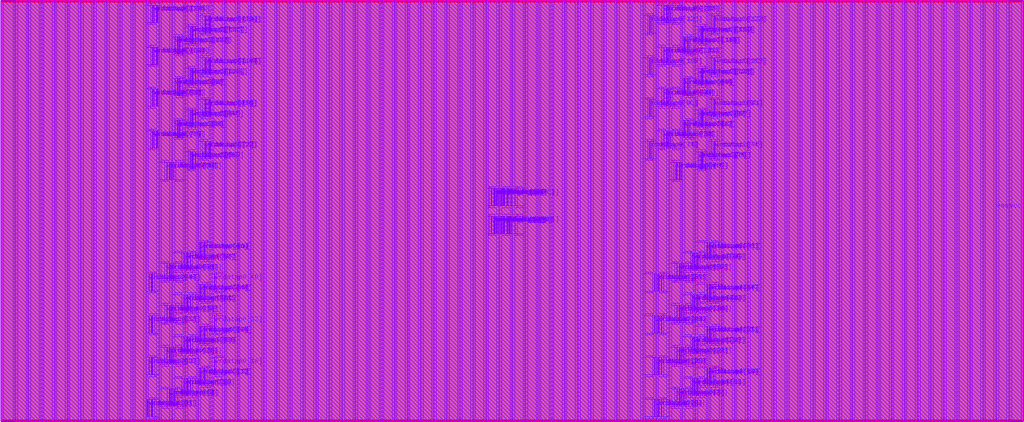
<source format=lef>
VERSION 5.8 ;
BUSBITCHARS "[]" ;
DIVIDERCHAR "/" ;

UNITS
  DATABASE MICRONS 4000 ;
END UNITS

PROPERTYDEFINITIONS
  MACRO hpml_layer STRING ;
  MACRO heml_layer STRING ;
END PROPERTYDEFINITIONS

MACRO arf124b192e1r1w0cbbehcaa4acw
  CLASS BLOCK ;
  FOREIGN arf124b192e1r1w0cbbehcaa4acw ;
  ORIGIN 0 0 ;
  SIZE 70.2 BY 28.8 ;
  PIN ckrdp0
    DIRECTION INPUT ;
    USE SIGNAL ;
    PORT
      LAYER m7 ;
        RECT 33.644 14.76 33.688 15.96 ;
    END
  END ckrdp0
  PIN ckwrp0
    DIRECTION INPUT ;
    USE SIGNAL ;
    PORT
      LAYER m7 ;
        RECT 33.644 12.84 33.688 14.04 ;
    END
  END ckwrp0
  PIN rdaddrp0[0]
    DIRECTION INPUT ;
    USE SIGNAL ;
    PORT
      LAYER m7 ;
        RECT 34.796 14.76 34.84 15.96 ;
    END
  END rdaddrp0[0]
  PIN rdaddrp0[1]
    DIRECTION INPUT ;
    USE SIGNAL ;
    PORT
      LAYER m7 ;
        RECT 34.972 14.76 35.016 15.96 ;
    END
  END rdaddrp0[1]
  PIN rdaddrp0[2]
    DIRECTION INPUT ;
    USE SIGNAL ;
    PORT
      LAYER m7 ;
        RECT 35.272 14.76 35.316 15.96 ;
    END
  END rdaddrp0[2]
  PIN rdaddrp0[3]
    DIRECTION INPUT ;
    USE SIGNAL ;
    PORT
      LAYER m7 ;
        RECT 33.812 14.76 33.856 15.96 ;
    END
  END rdaddrp0[3]
  PIN rdaddrp0[4]
    DIRECTION INPUT ;
    USE SIGNAL ;
    PORT
      LAYER m7 ;
        RECT 33.984 14.76 34.028 15.96 ;
    END
  END rdaddrp0[4]
  PIN rdaddrp0[5]
    DIRECTION INPUT ;
    USE SIGNAL ;
    PORT
      LAYER m7 ;
        RECT 34.284 14.76 34.328 15.96 ;
    END
  END rdaddrp0[5]
  PIN rdaddrp0[6]
    DIRECTION INPUT ;
    USE SIGNAL ;
    PORT
      LAYER m7 ;
        RECT 34.46 14.76 34.504 15.96 ;
    END
  END rdaddrp0[6]
  PIN rdaddrp0[7]
    DIRECTION INPUT ;
    USE SIGNAL ;
    PORT
      LAYER m7 ;
        RECT 34.712 14.76 34.756 15.96 ;
    END
  END rdaddrp0[7]
  PIN rdaddrp0_fd
    DIRECTION INPUT ;
    USE SIGNAL ;
    PORT
      LAYER m7 ;
        RECT 33.896 14.76 33.94 15.96 ;
    END
  END rdaddrp0_fd
  PIN rdaddrp0_rd
    DIRECTION INPUT ;
    USE SIGNAL ;
    PORT
      LAYER m7 ;
        RECT 34.072 14.76 34.116 15.96 ;
    END
  END rdaddrp0_rd
  PIN rdenp0
    DIRECTION INPUT ;
    USE SIGNAL ;
    PORT
      LAYER m7 ;
        RECT 34.372 14.76 34.416 15.96 ;
    END
  END rdenp0
  PIN sdl_initp0
    DIRECTION INPUT ;
    USE SIGNAL ;
    PORT
      LAYER m7 ;
        RECT 34.544 14.76 34.588 15.96 ;
    END
  END sdl_initp0
  PIN wraddrp0[0]
    DIRECTION INPUT ;
    USE SIGNAL ;
    PORT
      LAYER m7 ;
        RECT 34.972 12.84 35.016 14.04 ;
    END
  END wraddrp0[0]
  PIN wraddrp0[1]
    DIRECTION INPUT ;
    USE SIGNAL ;
    PORT
      LAYER m7 ;
        RECT 35.272 12.84 35.316 14.04 ;
    END
  END wraddrp0[1]
  PIN wraddrp0[2]
    DIRECTION INPUT ;
    USE SIGNAL ;
    PORT
      LAYER m7 ;
        RECT 33.812 12.84 33.856 14.04 ;
    END
  END wraddrp0[2]
  PIN wraddrp0[3]
    DIRECTION INPUT ;
    USE SIGNAL ;
    PORT
      LAYER m7 ;
        RECT 33.984 12.84 34.028 14.04 ;
    END
  END wraddrp0[3]
  PIN wraddrp0[4]
    DIRECTION INPUT ;
    USE SIGNAL ;
    PORT
      LAYER m7 ;
        RECT 34.284 12.84 34.328 14.04 ;
    END
  END wraddrp0[4]
  PIN wraddrp0[5]
    DIRECTION INPUT ;
    USE SIGNAL ;
    PORT
      LAYER m7 ;
        RECT 34.46 12.84 34.504 14.04 ;
    END
  END wraddrp0[5]
  PIN wraddrp0[6]
    DIRECTION INPUT ;
    USE SIGNAL ;
    PORT
      LAYER m7 ;
        RECT 34.712 12.84 34.756 14.04 ;
    END
  END wraddrp0[6]
  PIN wraddrp0[7]
    DIRECTION INPUT ;
    USE SIGNAL ;
    PORT
      LAYER m7 ;
        RECT 34.884 12.84 34.928 14.04 ;
    END
  END wraddrp0[7]
  PIN wraddrp0_fd
    DIRECTION INPUT ;
    USE SIGNAL ;
    PORT
      LAYER m7 ;
        RECT 33.896 12.84 33.94 14.04 ;
    END
  END wraddrp0_fd
  PIN wraddrp0_rd
    DIRECTION INPUT ;
    USE SIGNAL ;
    PORT
      LAYER m7 ;
        RECT 34.072 12.84 34.116 14.04 ;
    END
  END wraddrp0_rd
  PIN wrdatap0[0]
    DIRECTION INPUT ;
    USE SIGNAL ;
    PORT
      LAYER m7 ;
        RECT 9.984 0.24 10.028 1.44 ;
    END
  END wrdatap0[0]
  PIN wrdatap0[100]
    DIRECTION INPUT ;
    USE SIGNAL ;
    PORT
      LAYER m7 ;
        RECT 12.944 23.04 12.988 24.24 ;
    END
  END wrdatap0[100]
  PIN wrdatap0[101]
    DIRECTION INPUT ;
    USE SIGNAL ;
    PORT
      LAYER m7 ;
        RECT 13.028 23.04 13.072 24.24 ;
    END
  END wrdatap0[101]
  PIN wrdatap0[102]
    DIRECTION INPUT ;
    USE SIGNAL ;
    PORT
      LAYER m7 ;
        RECT 47.872 23.04 47.916 24.24 ;
    END
  END wrdatap0[102]
  PIN wrdatap0[103]
    DIRECTION INPUT ;
    USE SIGNAL ;
    PORT
      LAYER m7 ;
        RECT 48.044 23.04 48.088 24.24 ;
    END
  END wrdatap0[103]
  PIN wrdatap0[104]
    DIRECTION INPUT ;
    USE SIGNAL ;
    PORT
      LAYER m7 ;
        RECT 13.928 23.76 13.972 24.96 ;
    END
  END wrdatap0[104]
  PIN wrdatap0[105]
    DIRECTION INPUT ;
    USE SIGNAL ;
    PORT
      LAYER m7 ;
        RECT 14.012 23.76 14.056 24.96 ;
    END
  END wrdatap0[105]
  PIN wrdatap0[106]
    DIRECTION INPUT ;
    USE SIGNAL ;
    PORT
      LAYER m7 ;
        RECT 48.944 23.76 48.988 24.96 ;
    END
  END wrdatap0[106]
  PIN wrdatap0[107]
    DIRECTION INPUT ;
    USE SIGNAL ;
    PORT
      LAYER m7 ;
        RECT 49.028 23.76 49.072 24.96 ;
    END
  END wrdatap0[107]
  PIN wrdatap0[108]
    DIRECTION INPUT ;
    USE SIGNAL ;
    PORT
      LAYER m7 ;
        RECT 10.328 24.48 10.372 25.68 ;
    END
  END wrdatap0[108]
  PIN wrdatap0[109]
    DIRECTION INPUT ;
    USE SIGNAL ;
    PORT
      LAYER m7 ;
        RECT 10.412 24.48 10.456 25.68 ;
    END
  END wrdatap0[109]
  PIN wrdatap0[10]
    DIRECTION INPUT ;
    USE SIGNAL ;
    PORT
      LAYER m7 ;
        RECT 47.484 1.68 47.528 2.88 ;
    END
  END wrdatap0[10]
  PIN wrdatap0[110]
    DIRECTION INPUT ;
    USE SIGNAL ;
    PORT
      LAYER m7 ;
        RECT 45.512 24.48 45.556 25.68 ;
    END
  END wrdatap0[110]
  PIN wrdatap0[111]
    DIRECTION INPUT ;
    USE SIGNAL ;
    PORT
      LAYER m7 ;
        RECT 45.684 24.48 45.728 25.68 ;
    END
  END wrdatap0[111]
  PIN wrdatap0[112]
    DIRECTION INPUT ;
    USE SIGNAL ;
    PORT
      LAYER m7 ;
        RECT 11.872 25.2 11.916 26.4 ;
    END
  END wrdatap0[112]
  PIN wrdatap0[113]
    DIRECTION INPUT ;
    USE SIGNAL ;
    PORT
      LAYER m7 ;
        RECT 12.044 25.2 12.088 26.4 ;
    END
  END wrdatap0[113]
  PIN wrdatap0[114]
    DIRECTION INPUT ;
    USE SIGNAL ;
    PORT
      LAYER m7 ;
        RECT 46.884 25.2 46.928 26.4 ;
    END
  END wrdatap0[114]
  PIN wrdatap0[115]
    DIRECTION INPUT ;
    USE SIGNAL ;
    PORT
      LAYER m7 ;
        RECT 46.972 25.2 47.016 26.4 ;
    END
  END wrdatap0[115]
  PIN wrdatap0[116]
    DIRECTION INPUT ;
    USE SIGNAL ;
    PORT
      LAYER m7 ;
        RECT 12.944 25.92 12.988 27.12 ;
    END
  END wrdatap0[116]
  PIN wrdatap0[117]
    DIRECTION INPUT ;
    USE SIGNAL ;
    PORT
      LAYER m7 ;
        RECT 13.028 25.92 13.072 27.12 ;
    END
  END wrdatap0[117]
  PIN wrdatap0[118]
    DIRECTION INPUT ;
    USE SIGNAL ;
    PORT
      LAYER m7 ;
        RECT 47.872 25.92 47.916 27.12 ;
    END
  END wrdatap0[118]
  PIN wrdatap0[119]
    DIRECTION INPUT ;
    USE SIGNAL ;
    PORT
      LAYER m7 ;
        RECT 48.044 25.92 48.088 27.12 ;
    END
  END wrdatap0[119]
  PIN wrdatap0[11]
    DIRECTION INPUT ;
    USE SIGNAL ;
    PORT
      LAYER m7 ;
        RECT 47.572 1.68 47.616 2.88 ;
    END
  END wrdatap0[11]
  PIN wrdatap0[120]
    DIRECTION INPUT ;
    USE SIGNAL ;
    PORT
      LAYER m7 ;
        RECT 13.928 26.64 13.972 27.84 ;
    END
  END wrdatap0[120]
  PIN wrdatap0[121]
    DIRECTION INPUT ;
    USE SIGNAL ;
    PORT
      LAYER m7 ;
        RECT 14.012 26.64 14.056 27.84 ;
    END
  END wrdatap0[121]
  PIN wrdatap0[122]
    DIRECTION INPUT ;
    USE SIGNAL ;
    PORT
      LAYER m7 ;
        RECT 48.944 26.64 48.988 27.84 ;
    END
  END wrdatap0[122]
  PIN wrdatap0[123]
    DIRECTION INPUT ;
    USE SIGNAL ;
    PORT
      LAYER m7 ;
        RECT 49.028 26.64 49.072 27.84 ;
    END
  END wrdatap0[123]
  PIN wrdatap0[124]
    DIRECTION INPUT ;
    USE SIGNAL ;
    PORT
      LAYER m7 ;
        RECT 10.328 27.36 10.372 28.56 ;
    END
  END wrdatap0[124]
  PIN wrdatap0[125]
    DIRECTION INPUT ;
    USE SIGNAL ;
    PORT
      LAYER m7 ;
        RECT 10.412 27.36 10.456 28.56 ;
    END
  END wrdatap0[125]
  PIN wrdatap0[126]
    DIRECTION INPUT ;
    USE SIGNAL ;
    PORT
      LAYER m7 ;
        RECT 45.512 27.36 45.556 28.56 ;
    END
  END wrdatap0[126]
  PIN wrdatap0[127]
    DIRECTION INPUT ;
    USE SIGNAL ;
    PORT
      LAYER m7 ;
        RECT 45.684 27.36 45.728 28.56 ;
    END
  END wrdatap0[127]
  PIN wrdatap0[12]
    DIRECTION INPUT ;
    USE SIGNAL ;
    PORT
      LAYER m7 ;
        RECT 13.584 2.4 13.628 3.6 ;
    END
  END wrdatap0[12]
  PIN wrdatap0[13]
    DIRECTION INPUT ;
    USE SIGNAL ;
    PORT
      LAYER m7 ;
        RECT 13.672 2.4 13.716 3.6 ;
    END
  END wrdatap0[13]
  PIN wrdatap0[14]
    DIRECTION INPUT ;
    USE SIGNAL ;
    PORT
      LAYER m7 ;
        RECT 48.472 2.4 48.516 3.6 ;
    END
  END wrdatap0[14]
  PIN wrdatap0[15]
    DIRECTION INPUT ;
    USE SIGNAL ;
    PORT
      LAYER m7 ;
        RECT 48.684 2.4 48.728 3.6 ;
    END
  END wrdatap0[15]
  PIN wrdatap0[16]
    DIRECTION INPUT ;
    USE SIGNAL ;
    PORT
      LAYER m7 ;
        RECT 14.572 3.12 14.616 4.32 ;
    END
  END wrdatap0[16]
  PIN wrdatap0[17]
    DIRECTION INPUT ;
    USE SIGNAL ;
    PORT
      LAYER m7 ;
        RECT 10.072 3.12 10.116 4.32 ;
    END
  END wrdatap0[17]
  PIN wrdatap0[18]
    DIRECTION INPUT ;
    USE SIGNAL ;
    PORT
      LAYER m7 ;
        RECT 44.872 3.12 44.916 4.32 ;
    END
  END wrdatap0[18]
  PIN wrdatap0[19]
    DIRECTION INPUT ;
    USE SIGNAL ;
    PORT
      LAYER m7 ;
        RECT 45.084 3.12 45.128 4.32 ;
    END
  END wrdatap0[19]
  PIN wrdatap0[1]
    DIRECTION INPUT ;
    USE SIGNAL ;
    PORT
      LAYER m7 ;
        RECT 10.072 0.24 10.116 1.44 ;
    END
  END wrdatap0[1]
  PIN wrdatap0[20]
    DIRECTION INPUT ;
    USE SIGNAL ;
    PORT
      LAYER m7 ;
        RECT 11.312 3.84 11.356 5.04 ;
    END
  END wrdatap0[20]
  PIN wrdatap0[21]
    DIRECTION INPUT ;
    USE SIGNAL ;
    PORT
      LAYER m7 ;
        RECT 11.484 3.84 11.528 5.04 ;
    END
  END wrdatap0[21]
  PIN wrdatap0[22]
    DIRECTION INPUT ;
    USE SIGNAL ;
    PORT
      LAYER m7 ;
        RECT 46.412 3.84 46.456 5.04 ;
    END
  END wrdatap0[22]
  PIN wrdatap0[23]
    DIRECTION INPUT ;
    USE SIGNAL ;
    PORT
      LAYER m7 ;
        RECT 46.584 3.84 46.628 5.04 ;
    END
  END wrdatap0[23]
  PIN wrdatap0[24]
    DIRECTION INPUT ;
    USE SIGNAL ;
    PORT
      LAYER m7 ;
        RECT 12.472 4.56 12.516 5.76 ;
    END
  END wrdatap0[24]
  PIN wrdatap0[25]
    DIRECTION INPUT ;
    USE SIGNAL ;
    PORT
      LAYER m7 ;
        RECT 12.684 4.56 12.728 5.76 ;
    END
  END wrdatap0[25]
  PIN wrdatap0[26]
    DIRECTION INPUT ;
    USE SIGNAL ;
    PORT
      LAYER m7 ;
        RECT 47.484 4.56 47.528 5.76 ;
    END
  END wrdatap0[26]
  PIN wrdatap0[27]
    DIRECTION INPUT ;
    USE SIGNAL ;
    PORT
      LAYER m7 ;
        RECT 47.572 4.56 47.616 5.76 ;
    END
  END wrdatap0[27]
  PIN wrdatap0[28]
    DIRECTION INPUT ;
    USE SIGNAL ;
    PORT
      LAYER m7 ;
        RECT 13.584 5.28 13.628 6.48 ;
    END
  END wrdatap0[28]
  PIN wrdatap0[29]
    DIRECTION INPUT ;
    USE SIGNAL ;
    PORT
      LAYER m7 ;
        RECT 13.672 5.28 13.716 6.48 ;
    END
  END wrdatap0[29]
  PIN wrdatap0[2]
    DIRECTION INPUT ;
    USE SIGNAL ;
    PORT
      LAYER m7 ;
        RECT 44.872 0.24 44.916 1.44 ;
    END
  END wrdatap0[2]
  PIN wrdatap0[30]
    DIRECTION INPUT ;
    USE SIGNAL ;
    PORT
      LAYER m7 ;
        RECT 48.472 5.28 48.516 6.48 ;
    END
  END wrdatap0[30]
  PIN wrdatap0[31]
    DIRECTION INPUT ;
    USE SIGNAL ;
    PORT
      LAYER m7 ;
        RECT 48.684 5.28 48.728 6.48 ;
    END
  END wrdatap0[31]
  PIN wrdatap0[32]
    DIRECTION INPUT ;
    USE SIGNAL ;
    PORT
      LAYER m7 ;
        RECT 14.572 6 14.616 7.2 ;
    END
  END wrdatap0[32]
  PIN wrdatap0[33]
    DIRECTION INPUT ;
    USE SIGNAL ;
    PORT
      LAYER m7 ;
        RECT 10.072 6 10.116 7.2 ;
    END
  END wrdatap0[33]
  PIN wrdatap0[34]
    DIRECTION INPUT ;
    USE SIGNAL ;
    PORT
      LAYER m7 ;
        RECT 44.872 6 44.916 7.2 ;
    END
  END wrdatap0[34]
  PIN wrdatap0[35]
    DIRECTION INPUT ;
    USE SIGNAL ;
    PORT
      LAYER m7 ;
        RECT 45.084 6 45.128 7.2 ;
    END
  END wrdatap0[35]
  PIN wrdatap0[36]
    DIRECTION INPUT ;
    USE SIGNAL ;
    PORT
      LAYER m7 ;
        RECT 11.312 6.72 11.356 7.92 ;
    END
  END wrdatap0[36]
  PIN wrdatap0[37]
    DIRECTION INPUT ;
    USE SIGNAL ;
    PORT
      LAYER m7 ;
        RECT 11.484 6.72 11.528 7.92 ;
    END
  END wrdatap0[37]
  PIN wrdatap0[38]
    DIRECTION INPUT ;
    USE SIGNAL ;
    PORT
      LAYER m7 ;
        RECT 46.412 6.72 46.456 7.92 ;
    END
  END wrdatap0[38]
  PIN wrdatap0[39]
    DIRECTION INPUT ;
    USE SIGNAL ;
    PORT
      LAYER m7 ;
        RECT 46.584 6.72 46.628 7.92 ;
    END
  END wrdatap0[39]
  PIN wrdatap0[3]
    DIRECTION INPUT ;
    USE SIGNAL ;
    PORT
      LAYER m7 ;
        RECT 45.084 0.24 45.128 1.44 ;
    END
  END wrdatap0[3]
  PIN wrdatap0[40]
    DIRECTION INPUT ;
    USE SIGNAL ;
    PORT
      LAYER m7 ;
        RECT 12.472 7.44 12.516 8.64 ;
    END
  END wrdatap0[40]
  PIN wrdatap0[41]
    DIRECTION INPUT ;
    USE SIGNAL ;
    PORT
      LAYER m7 ;
        RECT 12.684 7.44 12.728 8.64 ;
    END
  END wrdatap0[41]
  PIN wrdatap0[42]
    DIRECTION INPUT ;
    USE SIGNAL ;
    PORT
      LAYER m7 ;
        RECT 47.484 7.44 47.528 8.64 ;
    END
  END wrdatap0[42]
  PIN wrdatap0[43]
    DIRECTION INPUT ;
    USE SIGNAL ;
    PORT
      LAYER m7 ;
        RECT 47.572 7.44 47.616 8.64 ;
    END
  END wrdatap0[43]
  PIN wrdatap0[44]
    DIRECTION INPUT ;
    USE SIGNAL ;
    PORT
      LAYER m7 ;
        RECT 13.584 8.16 13.628 9.36 ;
    END
  END wrdatap0[44]
  PIN wrdatap0[45]
    DIRECTION INPUT ;
    USE SIGNAL ;
    PORT
      LAYER m7 ;
        RECT 13.672 8.16 13.716 9.36 ;
    END
  END wrdatap0[45]
  PIN wrdatap0[46]
    DIRECTION INPUT ;
    USE SIGNAL ;
    PORT
      LAYER m7 ;
        RECT 48.472 8.16 48.516 9.36 ;
    END
  END wrdatap0[46]
  PIN wrdatap0[47]
    DIRECTION INPUT ;
    USE SIGNAL ;
    PORT
      LAYER m7 ;
        RECT 48.684 8.16 48.728 9.36 ;
    END
  END wrdatap0[47]
  PIN wrdatap0[48]
    DIRECTION INPUT ;
    USE SIGNAL ;
    PORT
      LAYER m7 ;
        RECT 14.572 8.88 14.616 10.08 ;
    END
  END wrdatap0[48]
  PIN wrdatap0[49]
    DIRECTION INPUT ;
    USE SIGNAL ;
    PORT
      LAYER m7 ;
        RECT 10.072 8.88 10.116 10.08 ;
    END
  END wrdatap0[49]
  PIN wrdatap0[4]
    DIRECTION INPUT ;
    USE SIGNAL ;
    PORT
      LAYER m7 ;
        RECT 11.484 0.96 11.528 2.16 ;
    END
  END wrdatap0[4]
  PIN wrdatap0[50]
    DIRECTION INPUT ;
    USE SIGNAL ;
    PORT
      LAYER m7 ;
        RECT 44.872 8.88 44.916 10.08 ;
    END
  END wrdatap0[50]
  PIN wrdatap0[51]
    DIRECTION INPUT ;
    USE SIGNAL ;
    PORT
      LAYER m7 ;
        RECT 45.084 8.88 45.128 10.08 ;
    END
  END wrdatap0[51]
  PIN wrdatap0[52]
    DIRECTION INPUT ;
    USE SIGNAL ;
    PORT
      LAYER m7 ;
        RECT 11.312 9.6 11.356 10.8 ;
    END
  END wrdatap0[52]
  PIN wrdatap0[53]
    DIRECTION INPUT ;
    USE SIGNAL ;
    PORT
      LAYER m7 ;
        RECT 11.484 9.6 11.528 10.8 ;
    END
  END wrdatap0[53]
  PIN wrdatap0[54]
    DIRECTION INPUT ;
    USE SIGNAL ;
    PORT
      LAYER m7 ;
        RECT 46.412 9.6 46.456 10.8 ;
    END
  END wrdatap0[54]
  PIN wrdatap0[55]
    DIRECTION INPUT ;
    USE SIGNAL ;
    PORT
      LAYER m7 ;
        RECT 46.584 9.6 46.628 10.8 ;
    END
  END wrdatap0[55]
  PIN wrdatap0[56]
    DIRECTION INPUT ;
    USE SIGNAL ;
    PORT
      LAYER m7 ;
        RECT 12.472 10.32 12.516 11.52 ;
    END
  END wrdatap0[56]
  PIN wrdatap0[57]
    DIRECTION INPUT ;
    USE SIGNAL ;
    PORT
      LAYER m7 ;
        RECT 12.684 10.32 12.728 11.52 ;
    END
  END wrdatap0[57]
  PIN wrdatap0[58]
    DIRECTION INPUT ;
    USE SIGNAL ;
    PORT
      LAYER m7 ;
        RECT 47.484 10.32 47.528 11.52 ;
    END
  END wrdatap0[58]
  PIN wrdatap0[59]
    DIRECTION INPUT ;
    USE SIGNAL ;
    PORT
      LAYER m7 ;
        RECT 47.572 10.32 47.616 11.52 ;
    END
  END wrdatap0[59]
  PIN wrdatap0[5]
    DIRECTION INPUT ;
    USE SIGNAL ;
    PORT
      LAYER m7 ;
        RECT 11.572 0.96 11.616 2.16 ;
    END
  END wrdatap0[5]
  PIN wrdatap0[60]
    DIRECTION INPUT ;
    USE SIGNAL ;
    PORT
      LAYER m7 ;
        RECT 13.584 11.04 13.628 12.24 ;
    END
  END wrdatap0[60]
  PIN wrdatap0[61]
    DIRECTION INPUT ;
    USE SIGNAL ;
    PORT
      LAYER m7 ;
        RECT 13.672 11.04 13.716 12.24 ;
    END
  END wrdatap0[61]
  PIN wrdatap0[62]
    DIRECTION INPUT ;
    USE SIGNAL ;
    PORT
      LAYER m7 ;
        RECT 48.472 11.04 48.516 12.24 ;
    END
  END wrdatap0[62]
  PIN wrdatap0[63]
    DIRECTION INPUT ;
    USE SIGNAL ;
    PORT
      LAYER m7 ;
        RECT 48.684 11.04 48.728 12.24 ;
    END
  END wrdatap0[63]
  PIN wrdatap0[64]
    DIRECTION INPUT ;
    USE SIGNAL ;
    PORT
      LAYER m7 ;
        RECT 11.312 16.56 11.356 17.76 ;
    END
  END wrdatap0[64]
  PIN wrdatap0[65]
    DIRECTION INPUT ;
    USE SIGNAL ;
    PORT
      LAYER m7 ;
        RECT 11.484 16.56 11.528 17.76 ;
    END
  END wrdatap0[65]
  PIN wrdatap0[66]
    DIRECTION INPUT ;
    USE SIGNAL ;
    PORT
      LAYER m7 ;
        RECT 46.328 16.56 46.372 17.76 ;
    END
  END wrdatap0[66]
  PIN wrdatap0[67]
    DIRECTION INPUT ;
    USE SIGNAL ;
    PORT
      LAYER m7 ;
        RECT 46.412 16.56 46.456 17.76 ;
    END
  END wrdatap0[67]
  PIN wrdatap0[68]
    DIRECTION INPUT ;
    USE SIGNAL ;
    PORT
      LAYER m7 ;
        RECT 12.944 17.28 12.988 18.48 ;
    END
  END wrdatap0[68]
  PIN wrdatap0[69]
    DIRECTION INPUT ;
    USE SIGNAL ;
    PORT
      LAYER m7 ;
        RECT 13.028 17.28 13.072 18.48 ;
    END
  END wrdatap0[69]
  PIN wrdatap0[6]
    DIRECTION INPUT ;
    USE SIGNAL ;
    PORT
      LAYER m7 ;
        RECT 46.412 0.96 46.456 2.16 ;
    END
  END wrdatap0[6]
  PIN wrdatap0[70]
    DIRECTION INPUT ;
    USE SIGNAL ;
    PORT
      LAYER m7 ;
        RECT 47.872 17.28 47.916 18.48 ;
    END
  END wrdatap0[70]
  PIN wrdatap0[71]
    DIRECTION INPUT ;
    USE SIGNAL ;
    PORT
      LAYER m7 ;
        RECT 48.044 17.28 48.088 18.48 ;
    END
  END wrdatap0[71]
  PIN wrdatap0[72]
    DIRECTION INPUT ;
    USE SIGNAL ;
    PORT
      LAYER m7 ;
        RECT 13.928 18 13.972 19.2 ;
    END
  END wrdatap0[72]
  PIN wrdatap0[73]
    DIRECTION INPUT ;
    USE SIGNAL ;
    PORT
      LAYER m7 ;
        RECT 14.012 18 14.056 19.2 ;
    END
  END wrdatap0[73]
  PIN wrdatap0[74]
    DIRECTION INPUT ;
    USE SIGNAL ;
    PORT
      LAYER m7 ;
        RECT 48.944 18 48.988 19.2 ;
    END
  END wrdatap0[74]
  PIN wrdatap0[75]
    DIRECTION INPUT ;
    USE SIGNAL ;
    PORT
      LAYER m7 ;
        RECT 49.028 18 49.072 19.2 ;
    END
  END wrdatap0[75]
  PIN wrdatap0[76]
    DIRECTION INPUT ;
    USE SIGNAL ;
    PORT
      LAYER m7 ;
        RECT 10.328 18.72 10.372 19.92 ;
    END
  END wrdatap0[76]
  PIN wrdatap0[77]
    DIRECTION INPUT ;
    USE SIGNAL ;
    PORT
      LAYER m7 ;
        RECT 10.412 18.72 10.456 19.92 ;
    END
  END wrdatap0[77]
  PIN wrdatap0[78]
    DIRECTION INPUT ;
    USE SIGNAL ;
    PORT
      LAYER m7 ;
        RECT 45.512 18.72 45.556 19.92 ;
    END
  END wrdatap0[78]
  PIN wrdatap0[79]
    DIRECTION INPUT ;
    USE SIGNAL ;
    PORT
      LAYER m7 ;
        RECT 45.684 18.72 45.728 19.92 ;
    END
  END wrdatap0[79]
  PIN wrdatap0[7]
    DIRECTION INPUT ;
    USE SIGNAL ;
    PORT
      LAYER m7 ;
        RECT 46.584 0.96 46.628 2.16 ;
    END
  END wrdatap0[7]
  PIN wrdatap0[80]
    DIRECTION INPUT ;
    USE SIGNAL ;
    PORT
      LAYER m7 ;
        RECT 11.872 19.44 11.916 20.64 ;
    END
  END wrdatap0[80]
  PIN wrdatap0[81]
    DIRECTION INPUT ;
    USE SIGNAL ;
    PORT
      LAYER m7 ;
        RECT 12.044 19.44 12.088 20.64 ;
    END
  END wrdatap0[81]
  PIN wrdatap0[82]
    DIRECTION INPUT ;
    USE SIGNAL ;
    PORT
      LAYER m7 ;
        RECT 46.884 19.44 46.928 20.64 ;
    END
  END wrdatap0[82]
  PIN wrdatap0[83]
    DIRECTION INPUT ;
    USE SIGNAL ;
    PORT
      LAYER m7 ;
        RECT 46.972 19.44 47.016 20.64 ;
    END
  END wrdatap0[83]
  PIN wrdatap0[84]
    DIRECTION INPUT ;
    USE SIGNAL ;
    PORT
      LAYER m7 ;
        RECT 12.944 20.16 12.988 21.36 ;
    END
  END wrdatap0[84]
  PIN wrdatap0[85]
    DIRECTION INPUT ;
    USE SIGNAL ;
    PORT
      LAYER m7 ;
        RECT 13.028 20.16 13.072 21.36 ;
    END
  END wrdatap0[85]
  PIN wrdatap0[86]
    DIRECTION INPUT ;
    USE SIGNAL ;
    PORT
      LAYER m7 ;
        RECT 47.872 20.16 47.916 21.36 ;
    END
  END wrdatap0[86]
  PIN wrdatap0[87]
    DIRECTION INPUT ;
    USE SIGNAL ;
    PORT
      LAYER m7 ;
        RECT 48.044 20.16 48.088 21.36 ;
    END
  END wrdatap0[87]
  PIN wrdatap0[88]
    DIRECTION INPUT ;
    USE SIGNAL ;
    PORT
      LAYER m7 ;
        RECT 13.928 20.88 13.972 22.08 ;
    END
  END wrdatap0[88]
  PIN wrdatap0[89]
    DIRECTION INPUT ;
    USE SIGNAL ;
    PORT
      LAYER m7 ;
        RECT 14.012 20.88 14.056 22.08 ;
    END
  END wrdatap0[89]
  PIN wrdatap0[8]
    DIRECTION INPUT ;
    USE SIGNAL ;
    PORT
      LAYER m7 ;
        RECT 12.472 1.68 12.516 2.88 ;
    END
  END wrdatap0[8]
  PIN wrdatap0[90]
    DIRECTION INPUT ;
    USE SIGNAL ;
    PORT
      LAYER m7 ;
        RECT 48.944 20.88 48.988 22.08 ;
    END
  END wrdatap0[90]
  PIN wrdatap0[91]
    DIRECTION INPUT ;
    USE SIGNAL ;
    PORT
      LAYER m7 ;
        RECT 49.028 20.88 49.072 22.08 ;
    END
  END wrdatap0[91]
  PIN wrdatap0[92]
    DIRECTION INPUT ;
    USE SIGNAL ;
    PORT
      LAYER m7 ;
        RECT 10.328 21.6 10.372 22.8 ;
    END
  END wrdatap0[92]
  PIN wrdatap0[93]
    DIRECTION INPUT ;
    USE SIGNAL ;
    PORT
      LAYER m7 ;
        RECT 10.412 21.6 10.456 22.8 ;
    END
  END wrdatap0[93]
  PIN wrdatap0[94]
    DIRECTION INPUT ;
    USE SIGNAL ;
    PORT
      LAYER m7 ;
        RECT 45.512 21.6 45.556 22.8 ;
    END
  END wrdatap0[94]
  PIN wrdatap0[95]
    DIRECTION INPUT ;
    USE SIGNAL ;
    PORT
      LAYER m7 ;
        RECT 45.684 21.6 45.728 22.8 ;
    END
  END wrdatap0[95]
  PIN wrdatap0[96]
    DIRECTION INPUT ;
    USE SIGNAL ;
    PORT
      LAYER m7 ;
        RECT 11.872 22.32 11.916 23.52 ;
    END
  END wrdatap0[96]
  PIN wrdatap0[97]
    DIRECTION INPUT ;
    USE SIGNAL ;
    PORT
      LAYER m7 ;
        RECT 12.044 22.32 12.088 23.52 ;
    END
  END wrdatap0[97]
  PIN wrdatap0[98]
    DIRECTION INPUT ;
    USE SIGNAL ;
    PORT
      LAYER m7 ;
        RECT 46.884 22.32 46.928 23.52 ;
    END
  END wrdatap0[98]
  PIN wrdatap0[99]
    DIRECTION INPUT ;
    USE SIGNAL ;
    PORT
      LAYER m7 ;
        RECT 46.972 22.32 47.016 23.52 ;
    END
  END wrdatap0[99]
  PIN wrdatap0[9]
    DIRECTION INPUT ;
    USE SIGNAL ;
    PORT
      LAYER m7 ;
        RECT 12.684 1.68 12.728 2.88 ;
    END
  END wrdatap0[9]
  PIN wrdatap0_fd
    DIRECTION INPUT ;
    USE SIGNAL ;
    PORT
      LAYER m7 ;
        RECT 34.544 12.84 34.588 14.04 ;
    END
  END wrdatap0_fd
  PIN wrdatap0_rd
    DIRECTION INPUT ;
    USE SIGNAL ;
    PORT
      LAYER m7 ;
        RECT 34.796 12.84 34.84 14.04 ;
    END
  END wrdatap0_rd
  PIN wrenp0
    DIRECTION INPUT ;
    USE SIGNAL ;
    PORT
      LAYER m7 ;
        RECT 34.372 12.84 34.416 14.04 ;
    END
  END wrenp0
  PIN rddatap0[0]
    DIRECTION OUTPUT ;
    USE SIGNAL ;
    PORT
      LAYER m7 ;
        RECT 10.244 0.24 10.288 1.44 ;
    END
  END rddatap0[0]
  PIN rddatap0[100]
    DIRECTION OUTPUT ;
    USE SIGNAL ;
    PORT
      LAYER m7 ;
        RECT 13.112 23.04 13.156 24.24 ;
    END
  END rddatap0[100]
  PIN rddatap0[101]
    DIRECTION OUTPUT ;
    USE SIGNAL ;
    PORT
      LAYER m7 ;
        RECT 13.284 23.04 13.328 24.24 ;
    END
  END rddatap0[101]
  PIN rddatap0[102]
    DIRECTION OUTPUT ;
    USE SIGNAL ;
    PORT
      LAYER m7 ;
        RECT 48.128 23.04 48.172 24.24 ;
    END
  END rddatap0[102]
  PIN rddatap0[103]
    DIRECTION OUTPUT ;
    USE SIGNAL ;
    PORT
      LAYER m7 ;
        RECT 48.212 23.04 48.256 24.24 ;
    END
  END rddatap0[103]
  PIN rddatap0[104]
    DIRECTION OUTPUT ;
    USE SIGNAL ;
    PORT
      LAYER m7 ;
        RECT 14.184 23.76 14.228 24.96 ;
    END
  END rddatap0[104]
  PIN rddatap0[105]
    DIRECTION OUTPUT ;
    USE SIGNAL ;
    PORT
      LAYER m7 ;
        RECT 14.272 23.76 14.316 24.96 ;
    END
  END rddatap0[105]
  PIN rddatap0[106]
    DIRECTION OUTPUT ;
    USE SIGNAL ;
    PORT
      LAYER m7 ;
        RECT 44.528 23.76 44.572 24.96 ;
    END
  END rddatap0[106]
  PIN rddatap0[107]
    DIRECTION OUTPUT ;
    USE SIGNAL ;
    PORT
      LAYER m7 ;
        RECT 44.612 23.76 44.656 24.96 ;
    END
  END rddatap0[107]
  PIN rddatap0[108]
    DIRECTION OUTPUT ;
    USE SIGNAL ;
    PORT
      LAYER m7 ;
        RECT 10.584 24.48 10.628 25.68 ;
    END
  END rddatap0[108]
  PIN rddatap0[109]
    DIRECTION OUTPUT ;
    USE SIGNAL ;
    PORT
      LAYER m7 ;
        RECT 10.672 24.48 10.716 25.68 ;
    END
  END rddatap0[109]
  PIN rddatap0[10]
    DIRECTION OUTPUT ;
    USE SIGNAL ;
    PORT
      LAYER m7 ;
        RECT 47.784 1.68 47.828 2.88 ;
    END
  END rddatap0[10]
  PIN rddatap0[110]
    DIRECTION OUTPUT ;
    USE SIGNAL ;
    PORT
      LAYER m7 ;
        RECT 45.772 24.48 45.816 25.68 ;
    END
  END rddatap0[110]
  PIN rddatap0[111]
    DIRECTION OUTPUT ;
    USE SIGNAL ;
    PORT
      LAYER m7 ;
        RECT 45.984 24.48 46.028 25.68 ;
    END
  END rddatap0[111]
  PIN rddatap0[112]
    DIRECTION OUTPUT ;
    USE SIGNAL ;
    PORT
      LAYER m7 ;
        RECT 12.128 25.2 12.172 26.4 ;
    END
  END rddatap0[112]
  PIN rddatap0[113]
    DIRECTION OUTPUT ;
    USE SIGNAL ;
    PORT
      LAYER m7 ;
        RECT 12.212 25.2 12.256 26.4 ;
    END
  END rddatap0[113]
  PIN rddatap0[114]
    DIRECTION OUTPUT ;
    USE SIGNAL ;
    PORT
      LAYER m7 ;
        RECT 47.144 25.2 47.188 26.4 ;
    END
  END rddatap0[114]
  PIN rddatap0[115]
    DIRECTION OUTPUT ;
    USE SIGNAL ;
    PORT
      LAYER m7 ;
        RECT 47.228 25.2 47.272 26.4 ;
    END
  END rddatap0[115]
  PIN rddatap0[116]
    DIRECTION OUTPUT ;
    USE SIGNAL ;
    PORT
      LAYER m7 ;
        RECT 13.112 25.92 13.156 27.12 ;
    END
  END rddatap0[116]
  PIN rddatap0[117]
    DIRECTION OUTPUT ;
    USE SIGNAL ;
    PORT
      LAYER m7 ;
        RECT 13.284 25.92 13.328 27.12 ;
    END
  END rddatap0[117]
  PIN rddatap0[118]
    DIRECTION OUTPUT ;
    USE SIGNAL ;
    PORT
      LAYER m7 ;
        RECT 48.128 25.92 48.172 27.12 ;
    END
  END rddatap0[118]
  PIN rddatap0[119]
    DIRECTION OUTPUT ;
    USE SIGNAL ;
    PORT
      LAYER m7 ;
        RECT 48.212 25.92 48.256 27.12 ;
    END
  END rddatap0[119]
  PIN rddatap0[11]
    DIRECTION OUTPUT ;
    USE SIGNAL ;
    PORT
      LAYER m7 ;
        RECT 47.872 1.68 47.916 2.88 ;
    END
  END rddatap0[11]
  PIN rddatap0[120]
    DIRECTION OUTPUT ;
    USE SIGNAL ;
    PORT
      LAYER m7 ;
        RECT 14.184 26.64 14.228 27.84 ;
    END
  END rddatap0[120]
  PIN rddatap0[121]
    DIRECTION OUTPUT ;
    USE SIGNAL ;
    PORT
      LAYER m7 ;
        RECT 14.272 26.64 14.316 27.84 ;
    END
  END rddatap0[121]
  PIN rddatap0[122]
    DIRECTION OUTPUT ;
    USE SIGNAL ;
    PORT
      LAYER m7 ;
        RECT 44.528 26.64 44.572 27.84 ;
    END
  END rddatap0[122]
  PIN rddatap0[123]
    DIRECTION OUTPUT ;
    USE SIGNAL ;
    PORT
      LAYER m7 ;
        RECT 44.612 26.64 44.656 27.84 ;
    END
  END rddatap0[123]
  PIN rddatap0[124]
    DIRECTION OUTPUT ;
    USE SIGNAL ;
    PORT
      LAYER m7 ;
        RECT 10.584 27.36 10.628 28.56 ;
    END
  END rddatap0[124]
  PIN rddatap0[125]
    DIRECTION OUTPUT ;
    USE SIGNAL ;
    PORT
      LAYER m7 ;
        RECT 10.672 27.36 10.716 28.56 ;
    END
  END rddatap0[125]
  PIN rddatap0[126]
    DIRECTION OUTPUT ;
    USE SIGNAL ;
    PORT
      LAYER m7 ;
        RECT 45.772 27.36 45.816 28.56 ;
    END
  END rddatap0[126]
  PIN rddatap0[127]
    DIRECTION OUTPUT ;
    USE SIGNAL ;
    PORT
      LAYER m7 ;
        RECT 45.984 27.36 46.028 28.56 ;
    END
  END rddatap0[127]
  PIN rddatap0[12]
    DIRECTION OUTPUT ;
    USE SIGNAL ;
    PORT
      LAYER m7 ;
        RECT 13.844 2.4 13.888 3.6 ;
    END
  END rddatap0[12]
  PIN rddatap0[13]
    DIRECTION OUTPUT ;
    USE SIGNAL ;
    PORT
      LAYER m7 ;
        RECT 13.928 2.4 13.972 3.6 ;
    END
  END rddatap0[13]
  PIN rddatap0[14]
    DIRECTION OUTPUT ;
    USE SIGNAL ;
    PORT
      LAYER m7 ;
        RECT 48.772 2.4 48.816 3.6 ;
    END
  END rddatap0[14]
  PIN rddatap0[15]
    DIRECTION OUTPUT ;
    USE SIGNAL ;
    PORT
      LAYER m7 ;
        RECT 48.944 2.4 48.988 3.6 ;
    END
  END rddatap0[15]
  PIN rddatap0[16]
    DIRECTION OUTPUT ;
    USE SIGNAL ;
    PORT
      LAYER m7 ;
        RECT 10.244 3.12 10.288 4.32 ;
    END
  END rddatap0[16]
  PIN rddatap0[17]
    DIRECTION OUTPUT ;
    USE SIGNAL ;
    PORT
      LAYER m7 ;
        RECT 10.328 3.12 10.372 4.32 ;
    END
  END rddatap0[17]
  PIN rddatap0[18]
    DIRECTION OUTPUT ;
    USE SIGNAL ;
    PORT
      LAYER m7 ;
        RECT 45.172 3.12 45.216 4.32 ;
    END
  END rddatap0[18]
  PIN rddatap0[19]
    DIRECTION OUTPUT ;
    USE SIGNAL ;
    PORT
      LAYER m7 ;
        RECT 45.344 3.12 45.388 4.32 ;
    END
  END rddatap0[19]
  PIN rddatap0[1]
    DIRECTION OUTPUT ;
    USE SIGNAL ;
    PORT
      LAYER m7 ;
        RECT 10.328 0.24 10.372 1.44 ;
    END
  END rddatap0[1]
  PIN rddatap0[20]
    DIRECTION OUTPUT ;
    USE SIGNAL ;
    PORT
      LAYER m7 ;
        RECT 11.572 3.84 11.616 5.04 ;
    END
  END rddatap0[20]
  PIN rddatap0[21]
    DIRECTION OUTPUT ;
    USE SIGNAL ;
    PORT
      LAYER m7 ;
        RECT 11.784 3.84 11.828 5.04 ;
    END
  END rddatap0[21]
  PIN rddatap0[22]
    DIRECTION OUTPUT ;
    USE SIGNAL ;
    PORT
      LAYER m7 ;
        RECT 46.672 3.84 46.716 5.04 ;
    END
  END rddatap0[22]
  PIN rddatap0[23]
    DIRECTION OUTPUT ;
    USE SIGNAL ;
    PORT
      LAYER m7 ;
        RECT 46.884 3.84 46.928 5.04 ;
    END
  END rddatap0[23]
  PIN rddatap0[24]
    DIRECTION OUTPUT ;
    USE SIGNAL ;
    PORT
      LAYER m7 ;
        RECT 12.772 4.56 12.816 5.76 ;
    END
  END rddatap0[24]
  PIN rddatap0[25]
    DIRECTION OUTPUT ;
    USE SIGNAL ;
    PORT
      LAYER m7 ;
        RECT 12.944 4.56 12.988 5.76 ;
    END
  END rddatap0[25]
  PIN rddatap0[26]
    DIRECTION OUTPUT ;
    USE SIGNAL ;
    PORT
      LAYER m7 ;
        RECT 47.784 4.56 47.828 5.76 ;
    END
  END rddatap0[26]
  PIN rddatap0[27]
    DIRECTION OUTPUT ;
    USE SIGNAL ;
    PORT
      LAYER m7 ;
        RECT 47.872 4.56 47.916 5.76 ;
    END
  END rddatap0[27]
  PIN rddatap0[28]
    DIRECTION OUTPUT ;
    USE SIGNAL ;
    PORT
      LAYER m7 ;
        RECT 13.844 5.28 13.888 6.48 ;
    END
  END rddatap0[28]
  PIN rddatap0[29]
    DIRECTION OUTPUT ;
    USE SIGNAL ;
    PORT
      LAYER m7 ;
        RECT 13.928 5.28 13.972 6.48 ;
    END
  END rddatap0[29]
  PIN rddatap0[2]
    DIRECTION OUTPUT ;
    USE SIGNAL ;
    PORT
      LAYER m7 ;
        RECT 45.172 0.24 45.216 1.44 ;
    END
  END rddatap0[2]
  PIN rddatap0[30]
    DIRECTION OUTPUT ;
    USE SIGNAL ;
    PORT
      LAYER m7 ;
        RECT 48.772 5.28 48.816 6.48 ;
    END
  END rddatap0[30]
  PIN rddatap0[31]
    DIRECTION OUTPUT ;
    USE SIGNAL ;
    PORT
      LAYER m7 ;
        RECT 48.944 5.28 48.988 6.48 ;
    END
  END rddatap0[31]
  PIN rddatap0[32]
    DIRECTION OUTPUT ;
    USE SIGNAL ;
    PORT
      LAYER m7 ;
        RECT 10.244 6 10.288 7.2 ;
    END
  END rddatap0[32]
  PIN rddatap0[33]
    DIRECTION OUTPUT ;
    USE SIGNAL ;
    PORT
      LAYER m7 ;
        RECT 10.328 6 10.372 7.2 ;
    END
  END rddatap0[33]
  PIN rddatap0[34]
    DIRECTION OUTPUT ;
    USE SIGNAL ;
    PORT
      LAYER m7 ;
        RECT 45.172 6 45.216 7.2 ;
    END
  END rddatap0[34]
  PIN rddatap0[35]
    DIRECTION OUTPUT ;
    USE SIGNAL ;
    PORT
      LAYER m7 ;
        RECT 45.344 6 45.388 7.2 ;
    END
  END rddatap0[35]
  PIN rddatap0[36]
    DIRECTION OUTPUT ;
    USE SIGNAL ;
    PORT
      LAYER m7 ;
        RECT 11.572 6.72 11.616 7.92 ;
    END
  END rddatap0[36]
  PIN rddatap0[37]
    DIRECTION OUTPUT ;
    USE SIGNAL ;
    PORT
      LAYER m7 ;
        RECT 11.784 6.72 11.828 7.92 ;
    END
  END rddatap0[37]
  PIN rddatap0[38]
    DIRECTION OUTPUT ;
    USE SIGNAL ;
    PORT
      LAYER m7 ;
        RECT 46.672 6.72 46.716 7.92 ;
    END
  END rddatap0[38]
  PIN rddatap0[39]
    DIRECTION OUTPUT ;
    USE SIGNAL ;
    PORT
      LAYER m7 ;
        RECT 46.884 6.72 46.928 7.92 ;
    END
  END rddatap0[39]
  PIN rddatap0[3]
    DIRECTION OUTPUT ;
    USE SIGNAL ;
    PORT
      LAYER m7 ;
        RECT 45.344 0.24 45.388 1.44 ;
    END
  END rddatap0[3]
  PIN rddatap0[40]
    DIRECTION OUTPUT ;
    USE SIGNAL ;
    PORT
      LAYER m7 ;
        RECT 12.772 7.44 12.816 8.64 ;
    END
  END rddatap0[40]
  PIN rddatap0[41]
    DIRECTION OUTPUT ;
    USE SIGNAL ;
    PORT
      LAYER m7 ;
        RECT 12.944 7.44 12.988 8.64 ;
    END
  END rddatap0[41]
  PIN rddatap0[42]
    DIRECTION OUTPUT ;
    USE SIGNAL ;
    PORT
      LAYER m7 ;
        RECT 47.784 7.44 47.828 8.64 ;
    END
  END rddatap0[42]
  PIN rddatap0[43]
    DIRECTION OUTPUT ;
    USE SIGNAL ;
    PORT
      LAYER m7 ;
        RECT 47.872 7.44 47.916 8.64 ;
    END
  END rddatap0[43]
  PIN rddatap0[44]
    DIRECTION OUTPUT ;
    USE SIGNAL ;
    PORT
      LAYER m7 ;
        RECT 13.844 8.16 13.888 9.36 ;
    END
  END rddatap0[44]
  PIN rddatap0[45]
    DIRECTION OUTPUT ;
    USE SIGNAL ;
    PORT
      LAYER m7 ;
        RECT 13.928 8.16 13.972 9.36 ;
    END
  END rddatap0[45]
  PIN rddatap0[46]
    DIRECTION OUTPUT ;
    USE SIGNAL ;
    PORT
      LAYER m7 ;
        RECT 48.772 8.16 48.816 9.36 ;
    END
  END rddatap0[46]
  PIN rddatap0[47]
    DIRECTION OUTPUT ;
    USE SIGNAL ;
    PORT
      LAYER m7 ;
        RECT 48.944 8.16 48.988 9.36 ;
    END
  END rddatap0[47]
  PIN rddatap0[48]
    DIRECTION OUTPUT ;
    USE SIGNAL ;
    PORT
      LAYER m7 ;
        RECT 10.244 8.88 10.288 10.08 ;
    END
  END rddatap0[48]
  PIN rddatap0[49]
    DIRECTION OUTPUT ;
    USE SIGNAL ;
    PORT
      LAYER m7 ;
        RECT 10.328 8.88 10.372 10.08 ;
    END
  END rddatap0[49]
  PIN rddatap0[4]
    DIRECTION OUTPUT ;
    USE SIGNAL ;
    PORT
      LAYER m7 ;
        RECT 11.784 0.96 11.828 2.16 ;
    END
  END rddatap0[4]
  PIN rddatap0[50]
    DIRECTION OUTPUT ;
    USE SIGNAL ;
    PORT
      LAYER m7 ;
        RECT 45.172 8.88 45.216 10.08 ;
    END
  END rddatap0[50]
  PIN rddatap0[51]
    DIRECTION OUTPUT ;
    USE SIGNAL ;
    PORT
      LAYER m7 ;
        RECT 45.344 8.88 45.388 10.08 ;
    END
  END rddatap0[51]
  PIN rddatap0[52]
    DIRECTION OUTPUT ;
    USE SIGNAL ;
    PORT
      LAYER m7 ;
        RECT 11.572 9.6 11.616 10.8 ;
    END
  END rddatap0[52]
  PIN rddatap0[53]
    DIRECTION OUTPUT ;
    USE SIGNAL ;
    PORT
      LAYER m7 ;
        RECT 11.784 9.6 11.828 10.8 ;
    END
  END rddatap0[53]
  PIN rddatap0[54]
    DIRECTION OUTPUT ;
    USE SIGNAL ;
    PORT
      LAYER m7 ;
        RECT 46.672 9.6 46.716 10.8 ;
    END
  END rddatap0[54]
  PIN rddatap0[55]
    DIRECTION OUTPUT ;
    USE SIGNAL ;
    PORT
      LAYER m7 ;
        RECT 46.884 9.6 46.928 10.8 ;
    END
  END rddatap0[55]
  PIN rddatap0[56]
    DIRECTION OUTPUT ;
    USE SIGNAL ;
    PORT
      LAYER m7 ;
        RECT 12.772 10.32 12.816 11.52 ;
    END
  END rddatap0[56]
  PIN rddatap0[57]
    DIRECTION OUTPUT ;
    USE SIGNAL ;
    PORT
      LAYER m7 ;
        RECT 12.944 10.32 12.988 11.52 ;
    END
  END rddatap0[57]
  PIN rddatap0[58]
    DIRECTION OUTPUT ;
    USE SIGNAL ;
    PORT
      LAYER m7 ;
        RECT 47.784 10.32 47.828 11.52 ;
    END
  END rddatap0[58]
  PIN rddatap0[59]
    DIRECTION OUTPUT ;
    USE SIGNAL ;
    PORT
      LAYER m7 ;
        RECT 47.872 10.32 47.916 11.52 ;
    END
  END rddatap0[59]
  PIN rddatap0[5]
    DIRECTION OUTPUT ;
    USE SIGNAL ;
    PORT
      LAYER m7 ;
        RECT 11.872 0.96 11.916 2.16 ;
    END
  END rddatap0[5]
  PIN rddatap0[60]
    DIRECTION OUTPUT ;
    USE SIGNAL ;
    PORT
      LAYER m7 ;
        RECT 13.844 11.04 13.888 12.24 ;
    END
  END rddatap0[60]
  PIN rddatap0[61]
    DIRECTION OUTPUT ;
    USE SIGNAL ;
    PORT
      LAYER m7 ;
        RECT 13.928 11.04 13.972 12.24 ;
    END
  END rddatap0[61]
  PIN rddatap0[62]
    DIRECTION OUTPUT ;
    USE SIGNAL ;
    PORT
      LAYER m7 ;
        RECT 48.772 11.04 48.816 12.24 ;
    END
  END rddatap0[62]
  PIN rddatap0[63]
    DIRECTION OUTPUT ;
    USE SIGNAL ;
    PORT
      LAYER m7 ;
        RECT 48.944 11.04 48.988 12.24 ;
    END
  END rddatap0[63]
  PIN rddatap0[64]
    DIRECTION OUTPUT ;
    USE SIGNAL ;
    PORT
      LAYER m7 ;
        RECT 11.572 16.56 11.616 17.76 ;
    END
  END rddatap0[64]
  PIN rddatap0[65]
    DIRECTION OUTPUT ;
    USE SIGNAL ;
    PORT
      LAYER m7 ;
        RECT 11.784 16.56 11.828 17.76 ;
    END
  END rddatap0[65]
  PIN rddatap0[66]
    DIRECTION OUTPUT ;
    USE SIGNAL ;
    PORT
      LAYER m7 ;
        RECT 46.584 16.56 46.628 17.76 ;
    END
  END rddatap0[66]
  PIN rddatap0[67]
    DIRECTION OUTPUT ;
    USE SIGNAL ;
    PORT
      LAYER m7 ;
        RECT 46.672 16.56 46.716 17.76 ;
    END
  END rddatap0[67]
  PIN rddatap0[68]
    DIRECTION OUTPUT ;
    USE SIGNAL ;
    PORT
      LAYER m7 ;
        RECT 13.112 17.28 13.156 18.48 ;
    END
  END rddatap0[68]
  PIN rddatap0[69]
    DIRECTION OUTPUT ;
    USE SIGNAL ;
    PORT
      LAYER m7 ;
        RECT 13.284 17.28 13.328 18.48 ;
    END
  END rddatap0[69]
  PIN rddatap0[6]
    DIRECTION OUTPUT ;
    USE SIGNAL ;
    PORT
      LAYER m7 ;
        RECT 46.672 0.96 46.716 2.16 ;
    END
  END rddatap0[6]
  PIN rddatap0[70]
    DIRECTION OUTPUT ;
    USE SIGNAL ;
    PORT
      LAYER m7 ;
        RECT 48.128 17.28 48.172 18.48 ;
    END
  END rddatap0[70]
  PIN rddatap0[71]
    DIRECTION OUTPUT ;
    USE SIGNAL ;
    PORT
      LAYER m7 ;
        RECT 48.212 17.28 48.256 18.48 ;
    END
  END rddatap0[71]
  PIN rddatap0[72]
    DIRECTION OUTPUT ;
    USE SIGNAL ;
    PORT
      LAYER m7 ;
        RECT 14.184 18 14.228 19.2 ;
    END
  END rddatap0[72]
  PIN rddatap0[73]
    DIRECTION OUTPUT ;
    USE SIGNAL ;
    PORT
      LAYER m7 ;
        RECT 14.272 18 14.316 19.2 ;
    END
  END rddatap0[73]
  PIN rddatap0[74]
    DIRECTION OUTPUT ;
    USE SIGNAL ;
    PORT
      LAYER m7 ;
        RECT 44.528 18 44.572 19.2 ;
    END
  END rddatap0[74]
  PIN rddatap0[75]
    DIRECTION OUTPUT ;
    USE SIGNAL ;
    PORT
      LAYER m7 ;
        RECT 44.612 18 44.656 19.2 ;
    END
  END rddatap0[75]
  PIN rddatap0[76]
    DIRECTION OUTPUT ;
    USE SIGNAL ;
    PORT
      LAYER m7 ;
        RECT 10.584 18.72 10.628 19.92 ;
    END
  END rddatap0[76]
  PIN rddatap0[77]
    DIRECTION OUTPUT ;
    USE SIGNAL ;
    PORT
      LAYER m7 ;
        RECT 10.672 18.72 10.716 19.92 ;
    END
  END rddatap0[77]
  PIN rddatap0[78]
    DIRECTION OUTPUT ;
    USE SIGNAL ;
    PORT
      LAYER m7 ;
        RECT 45.772 18.72 45.816 19.92 ;
    END
  END rddatap0[78]
  PIN rddatap0[79]
    DIRECTION OUTPUT ;
    USE SIGNAL ;
    PORT
      LAYER m7 ;
        RECT 45.984 18.72 46.028 19.92 ;
    END
  END rddatap0[79]
  PIN rddatap0[7]
    DIRECTION OUTPUT ;
    USE SIGNAL ;
    PORT
      LAYER m7 ;
        RECT 46.884 0.96 46.928 2.16 ;
    END
  END rddatap0[7]
  PIN rddatap0[80]
    DIRECTION OUTPUT ;
    USE SIGNAL ;
    PORT
      LAYER m7 ;
        RECT 12.128 19.44 12.172 20.64 ;
    END
  END rddatap0[80]
  PIN rddatap0[81]
    DIRECTION OUTPUT ;
    USE SIGNAL ;
    PORT
      LAYER m7 ;
        RECT 12.212 19.44 12.256 20.64 ;
    END
  END rddatap0[81]
  PIN rddatap0[82]
    DIRECTION OUTPUT ;
    USE SIGNAL ;
    PORT
      LAYER m7 ;
        RECT 47.144 19.44 47.188 20.64 ;
    END
  END rddatap0[82]
  PIN rddatap0[83]
    DIRECTION OUTPUT ;
    USE SIGNAL ;
    PORT
      LAYER m7 ;
        RECT 47.228 19.44 47.272 20.64 ;
    END
  END rddatap0[83]
  PIN rddatap0[84]
    DIRECTION OUTPUT ;
    USE SIGNAL ;
    PORT
      LAYER m7 ;
        RECT 13.112 20.16 13.156 21.36 ;
    END
  END rddatap0[84]
  PIN rddatap0[85]
    DIRECTION OUTPUT ;
    USE SIGNAL ;
    PORT
      LAYER m7 ;
        RECT 13.284 20.16 13.328 21.36 ;
    END
  END rddatap0[85]
  PIN rddatap0[86]
    DIRECTION OUTPUT ;
    USE SIGNAL ;
    PORT
      LAYER m7 ;
        RECT 48.128 20.16 48.172 21.36 ;
    END
  END rddatap0[86]
  PIN rddatap0[87]
    DIRECTION OUTPUT ;
    USE SIGNAL ;
    PORT
      LAYER m7 ;
        RECT 48.212 20.16 48.256 21.36 ;
    END
  END rddatap0[87]
  PIN rddatap0[88]
    DIRECTION OUTPUT ;
    USE SIGNAL ;
    PORT
      LAYER m7 ;
        RECT 14.184 20.88 14.228 22.08 ;
    END
  END rddatap0[88]
  PIN rddatap0[89]
    DIRECTION OUTPUT ;
    USE SIGNAL ;
    PORT
      LAYER m7 ;
        RECT 14.272 20.88 14.316 22.08 ;
    END
  END rddatap0[89]
  PIN rddatap0[8]
    DIRECTION OUTPUT ;
    USE SIGNAL ;
    PORT
      LAYER m7 ;
        RECT 12.772 1.68 12.816 2.88 ;
    END
  END rddatap0[8]
  PIN rddatap0[90]
    DIRECTION OUTPUT ;
    USE SIGNAL ;
    PORT
      LAYER m7 ;
        RECT 44.528 20.88 44.572 22.08 ;
    END
  END rddatap0[90]
  PIN rddatap0[91]
    DIRECTION OUTPUT ;
    USE SIGNAL ;
    PORT
      LAYER m7 ;
        RECT 44.612 20.88 44.656 22.08 ;
    END
  END rddatap0[91]
  PIN rddatap0[92]
    DIRECTION OUTPUT ;
    USE SIGNAL ;
    PORT
      LAYER m7 ;
        RECT 10.584 21.6 10.628 22.8 ;
    END
  END rddatap0[92]
  PIN rddatap0[93]
    DIRECTION OUTPUT ;
    USE SIGNAL ;
    PORT
      LAYER m7 ;
        RECT 10.672 21.6 10.716 22.8 ;
    END
  END rddatap0[93]
  PIN rddatap0[94]
    DIRECTION OUTPUT ;
    USE SIGNAL ;
    PORT
      LAYER m7 ;
        RECT 45.772 21.6 45.816 22.8 ;
    END
  END rddatap0[94]
  PIN rddatap0[95]
    DIRECTION OUTPUT ;
    USE SIGNAL ;
    PORT
      LAYER m7 ;
        RECT 45.984 21.6 46.028 22.8 ;
    END
  END rddatap0[95]
  PIN rddatap0[96]
    DIRECTION OUTPUT ;
    USE SIGNAL ;
    PORT
      LAYER m7 ;
        RECT 12.128 22.32 12.172 23.52 ;
    END
  END rddatap0[96]
  PIN rddatap0[97]
    DIRECTION OUTPUT ;
    USE SIGNAL ;
    PORT
      LAYER m7 ;
        RECT 12.212 22.32 12.256 23.52 ;
    END
  END rddatap0[97]
  PIN rddatap0[98]
    DIRECTION OUTPUT ;
    USE SIGNAL ;
    PORT
      LAYER m7 ;
        RECT 47.144 22.32 47.188 23.52 ;
    END
  END rddatap0[98]
  PIN rddatap0[99]
    DIRECTION OUTPUT ;
    USE SIGNAL ;
    PORT
      LAYER m7 ;
        RECT 47.228 22.32 47.272 23.52 ;
    END
  END rddatap0[99]
  PIN rddatap0[9]
    DIRECTION OUTPUT ;
    USE SIGNAL ;
    PORT
      LAYER m7 ;
        RECT 12.944 1.68 12.988 2.88 ;
    END
  END rddatap0[9]
  PIN vcc
    DIRECTION INPUT ;
    USE POWER ;
    PORT
      LAYER m7 ;
        RECT 0.862 0.06 0.938 28.74 ;
        RECT 2.662 0.06 2.738 28.74 ;
        RECT 4.462 0.06 4.538 28.74 ;
        RECT 6.262 0.06 6.338 28.74 ;
        RECT 8.062 0.06 8.138 28.74 ;
        RECT 9.862 0.06 9.938 28.74 ;
        RECT 11.662 0.06 11.738 28.74 ;
        RECT 13.462 0.06 13.538 28.74 ;
        RECT 15.262 0.06 15.338 28.74 ;
        RECT 17.062 0.06 17.138 28.74 ;
        RECT 18.862 0.06 18.938 28.74 ;
        RECT 20.662 0.06 20.738 28.74 ;
        RECT 22.462 0.06 22.538 28.74 ;
        RECT 24.262 0.06 24.338 28.74 ;
        RECT 26.062 0.06 26.138 28.74 ;
        RECT 27.862 0.06 27.938 28.74 ;
        RECT 29.662 0.06 29.738 28.74 ;
        RECT 31.462 0.06 31.538 28.74 ;
        RECT 33.262 0.06 33.338 28.74 ;
        RECT 35.062 0.06 35.138 28.74 ;
        RECT 36.862 0.06 36.938 28.74 ;
        RECT 38.662 0.06 38.738 28.74 ;
        RECT 40.462 0.06 40.538 28.74 ;
        RECT 42.262 0.06 42.338 28.74 ;
        RECT 44.062 0.06 44.138 28.74 ;
        RECT 45.862 0.06 45.938 28.74 ;
        RECT 47.662 0.06 47.738 28.74 ;
        RECT 49.462 0.06 49.538 28.74 ;
        RECT 51.262 0.06 51.338 28.74 ;
        RECT 53.062 0.06 53.138 28.74 ;
        RECT 54.862 0.06 54.938 28.74 ;
        RECT 56.662 0.06 56.738 28.74 ;
        RECT 58.462 0.06 58.538 28.74 ;
        RECT 60.262 0.06 60.338 28.74 ;
        RECT 62.062 0.06 62.138 28.74 ;
        RECT 63.862 0.06 63.938 28.74 ;
        RECT 65.662 0.06 65.738 28.74 ;
        RECT 67.462 0.06 67.538 28.74 ;
        RECT 69.262 0.06 69.338 28.74 ;
    END
  END vcc
  PIN vss
    DIRECTION INOUT ;
    USE GROUND ;
    PORT
      LAYER m7 ;
        RECT 1.762 0.06 1.838 28.74 ;
        RECT 3.562 0.06 3.638 28.74 ;
        RECT 5.362 0.06 5.438 28.74 ;
        RECT 7.162 0.06 7.238 28.74 ;
        RECT 8.962 0.06 9.038 28.74 ;
        RECT 10.762 0.06 10.838 28.74 ;
        RECT 12.562 0.06 12.638 28.74 ;
        RECT 14.362 0.06 14.438 28.74 ;
        RECT 16.162 0.06 16.238 28.74 ;
        RECT 17.962 0.06 18.038 28.74 ;
        RECT 19.762 0.06 19.838 28.74 ;
        RECT 21.562 0.06 21.638 28.74 ;
        RECT 23.362 0.06 23.438 28.74 ;
        RECT 25.162 0.06 25.238 28.74 ;
        RECT 26.962 0.06 27.038 28.74 ;
        RECT 28.762 0.06 28.838 28.74 ;
        RECT 30.562 0.06 30.638 28.74 ;
        RECT 32.362 0.06 32.438 28.74 ;
        RECT 34.162 0.06 34.238 28.74 ;
        RECT 35.962 0.06 36.038 28.74 ;
        RECT 37.762 0.06 37.838 28.74 ;
        RECT 39.562 0.06 39.638 28.74 ;
        RECT 41.362 0.06 41.438 28.74 ;
        RECT 43.162 0.06 43.238 28.74 ;
        RECT 44.962 0.06 45.038 28.74 ;
        RECT 46.762 0.06 46.838 28.74 ;
        RECT 48.562 0.06 48.638 28.74 ;
        RECT 50.362 0.06 50.438 28.74 ;
        RECT 52.162 0.06 52.238 28.74 ;
        RECT 53.962 0.06 54.038 28.74 ;
        RECT 55.762 0.06 55.838 28.74 ;
        RECT 57.562 0.06 57.638 28.74 ;
        RECT 59.362 0.06 59.438 28.74 ;
        RECT 61.162 0.06 61.238 28.74 ;
        RECT 62.962 0.06 63.038 28.74 ;
        RECT 64.762 0.06 64.838 28.74 ;
        RECT 66.562 0.06 66.638 28.74 ;
        RECT 68.362 0.06 68.438 28.74 ;
    END
  END vss
  OBS
    LAYER m0 SPACING 0 ;
      RECT -0.016 -0.014 70.216 28.814 ;
    LAYER m1 SPACING 0 ;
      RECT -0.02 -0.02 70.22 28.82 ;
    LAYER m2 SPACING 0 ;
      RECT -0.0705 -0.038 70.2705 28.838 ;
    LAYER m3 SPACING 0 ;
      RECT -0.035 -0.07 70.235 28.87 ;
    LAYER m4 SPACING 0 ;
      RECT -0.07 -0.038 70.27 28.838 ;
    LAYER m5 SPACING 0 ;
      RECT -0.059 -0.09 70.259 28.89 ;
    LAYER m6 SPACING 0 ;
      RECT -0.09 -0.062 70.29 28.862 ;
    LAYER m7 SPACING 0 ;
      RECT 69.338 28.86 70.24 28.92 ;
      RECT 69.338 -0.06 70.292 28.86 ;
      RECT 69.338 -0.12 70.24 -0.06 ;
      RECT 68.438 -0.12 69.262 28.92 ;
      RECT 67.538 -0.12 68.362 28.92 ;
      RECT 66.638 -0.12 67.462 28.92 ;
      RECT 65.738 -0.12 66.562 28.92 ;
      RECT 64.838 -0.12 65.662 28.92 ;
      RECT 63.938 -0.12 64.762 28.92 ;
      RECT 63.038 -0.12 63.862 28.92 ;
      RECT 62.138 -0.12 62.962 28.92 ;
      RECT 61.238 -0.12 62.062 28.92 ;
      RECT 60.338 -0.12 61.162 28.92 ;
      RECT 59.438 -0.12 60.262 28.92 ;
      RECT 58.538 -0.12 59.362 28.92 ;
      RECT 57.638 -0.12 58.462 28.92 ;
      RECT 56.738 -0.12 57.562 28.92 ;
      RECT 55.838 -0.12 56.662 28.92 ;
      RECT 54.938 -0.12 55.762 28.92 ;
      RECT 54.038 -0.12 54.862 28.92 ;
      RECT 53.138 -0.12 53.962 28.92 ;
      RECT 52.238 -0.12 53.062 28.92 ;
      RECT 51.338 -0.12 52.162 28.92 ;
      RECT 50.438 -0.12 51.262 28.92 ;
      RECT 49.538 -0.12 50.362 28.92 ;
      RECT 48.638 27.84 49.462 28.92 ;
      RECT 48.638 26.64 48.944 27.84 ;
      RECT 48.988 26.64 49.028 27.84 ;
      RECT 49.072 26.64 49.462 27.84 ;
      RECT 48.638 24.96 49.462 26.64 ;
      RECT 48.638 23.76 48.944 24.96 ;
      RECT 48.988 23.76 49.028 24.96 ;
      RECT 49.072 23.76 49.462 24.96 ;
      RECT 48.638 22.08 49.462 23.76 ;
      RECT 48.638 20.88 48.944 22.08 ;
      RECT 48.988 20.88 49.028 22.08 ;
      RECT 49.072 20.88 49.462 22.08 ;
      RECT 48.638 19.2 49.462 20.88 ;
      RECT 48.638 18 48.944 19.2 ;
      RECT 48.988 18 49.028 19.2 ;
      RECT 49.072 18 49.462 19.2 ;
      RECT 48.638 12.24 49.462 18 ;
      RECT 48.638 11.04 48.684 12.24 ;
      RECT 48.728 11.04 48.772 12.24 ;
      RECT 48.816 11.04 48.944 12.24 ;
      RECT 48.988 11.04 49.462 12.24 ;
      RECT 48.638 9.36 49.462 11.04 ;
      RECT 48.638 8.16 48.684 9.36 ;
      RECT 48.728 8.16 48.772 9.36 ;
      RECT 48.816 8.16 48.944 9.36 ;
      RECT 48.988 8.16 49.462 9.36 ;
      RECT 48.638 6.48 49.462 8.16 ;
      RECT 48.638 5.28 48.684 6.48 ;
      RECT 48.728 5.28 48.772 6.48 ;
      RECT 48.816 5.28 48.944 6.48 ;
      RECT 48.988 5.28 49.462 6.48 ;
      RECT 48.638 3.6 49.462 5.28 ;
      RECT 48.638 2.4 48.684 3.6 ;
      RECT 48.728 2.4 48.772 3.6 ;
      RECT 48.816 2.4 48.944 3.6 ;
      RECT 48.988 2.4 49.462 3.6 ;
      RECT 48.638 -0.12 49.462 2.4 ;
      RECT 47.738 27.12 48.562 28.92 ;
      RECT 47.738 25.92 47.872 27.12 ;
      RECT 47.916 25.92 48.044 27.12 ;
      RECT 48.088 25.92 48.128 27.12 ;
      RECT 48.172 25.92 48.212 27.12 ;
      RECT 48.256 25.92 48.562 27.12 ;
      RECT 47.738 24.24 48.562 25.92 ;
      RECT 47.738 23.04 47.872 24.24 ;
      RECT 47.916 23.04 48.044 24.24 ;
      RECT 48.088 23.04 48.128 24.24 ;
      RECT 48.172 23.04 48.212 24.24 ;
      RECT 48.256 23.04 48.562 24.24 ;
      RECT 47.738 21.36 48.562 23.04 ;
      RECT 47.738 20.16 47.872 21.36 ;
      RECT 47.916 20.16 48.044 21.36 ;
      RECT 48.088 20.16 48.128 21.36 ;
      RECT 48.172 20.16 48.212 21.36 ;
      RECT 48.256 20.16 48.562 21.36 ;
      RECT 47.738 18.48 48.562 20.16 ;
      RECT 47.738 17.28 47.872 18.48 ;
      RECT 47.916 17.28 48.044 18.48 ;
      RECT 48.088 17.28 48.128 18.48 ;
      RECT 48.172 17.28 48.212 18.48 ;
      RECT 48.256 17.28 48.562 18.48 ;
      RECT 47.738 12.24 48.562 17.28 ;
      RECT 47.738 11.52 48.472 12.24 ;
      RECT 48.516 11.04 48.562 12.24 ;
      RECT 47.916 11.04 48.472 11.52 ;
      RECT 47.738 10.32 47.784 11.52 ;
      RECT 47.828 10.32 47.872 11.52 ;
      RECT 47.916 10.32 48.562 11.04 ;
      RECT 47.738 9.36 48.562 10.32 ;
      RECT 47.738 8.64 48.472 9.36 ;
      RECT 48.516 8.16 48.562 9.36 ;
      RECT 47.916 8.16 48.472 8.64 ;
      RECT 47.738 7.44 47.784 8.64 ;
      RECT 47.828 7.44 47.872 8.64 ;
      RECT 47.916 7.44 48.562 8.16 ;
      RECT 47.738 6.48 48.562 7.44 ;
      RECT 47.738 5.76 48.472 6.48 ;
      RECT 48.516 5.28 48.562 6.48 ;
      RECT 47.916 5.28 48.472 5.76 ;
      RECT 47.738 4.56 47.784 5.76 ;
      RECT 47.828 4.56 47.872 5.76 ;
      RECT 47.916 4.56 48.562 5.28 ;
      RECT 47.738 3.6 48.562 4.56 ;
      RECT 47.738 2.88 48.472 3.6 ;
      RECT 48.516 2.4 48.562 3.6 ;
      RECT 47.916 2.4 48.472 2.88 ;
      RECT 47.738 1.68 47.784 2.88 ;
      RECT 47.828 1.68 47.872 2.88 ;
      RECT 47.916 1.68 48.562 2.4 ;
      RECT 47.738 -0.12 48.562 1.68 ;
      RECT 46.838 26.4 47.662 28.92 ;
      RECT 46.838 25.2 46.884 26.4 ;
      RECT 46.928 25.2 46.972 26.4 ;
      RECT 47.016 25.2 47.144 26.4 ;
      RECT 47.188 25.2 47.228 26.4 ;
      RECT 47.272 25.2 47.662 26.4 ;
      RECT 46.838 23.52 47.662 25.2 ;
      RECT 46.838 22.32 46.884 23.52 ;
      RECT 46.928 22.32 46.972 23.52 ;
      RECT 47.016 22.32 47.144 23.52 ;
      RECT 47.188 22.32 47.228 23.52 ;
      RECT 47.272 22.32 47.662 23.52 ;
      RECT 46.838 20.64 47.662 22.32 ;
      RECT 46.838 19.44 46.884 20.64 ;
      RECT 46.928 19.44 46.972 20.64 ;
      RECT 47.016 19.44 47.144 20.64 ;
      RECT 47.188 19.44 47.228 20.64 ;
      RECT 47.272 19.44 47.662 20.64 ;
      RECT 46.838 11.52 47.662 19.44 ;
      RECT 46.838 10.8 47.484 11.52 ;
      RECT 47.528 10.32 47.572 11.52 ;
      RECT 47.616 10.32 47.662 11.52 ;
      RECT 46.928 10.32 47.484 10.8 ;
      RECT 46.838 9.6 46.884 10.8 ;
      RECT 46.928 9.6 47.662 10.32 ;
      RECT 46.838 8.64 47.662 9.6 ;
      RECT 46.838 7.92 47.484 8.64 ;
      RECT 47.528 7.44 47.572 8.64 ;
      RECT 47.616 7.44 47.662 8.64 ;
      RECT 46.928 7.44 47.484 7.92 ;
      RECT 46.838 6.72 46.884 7.92 ;
      RECT 46.928 6.72 47.662 7.44 ;
      RECT 46.838 5.76 47.662 6.72 ;
      RECT 46.838 5.04 47.484 5.76 ;
      RECT 47.528 4.56 47.572 5.76 ;
      RECT 47.616 4.56 47.662 5.76 ;
      RECT 46.928 4.56 47.484 5.04 ;
      RECT 46.838 3.84 46.884 5.04 ;
      RECT 46.928 3.84 47.662 4.56 ;
      RECT 46.838 2.88 47.662 3.84 ;
      RECT 46.838 2.16 47.484 2.88 ;
      RECT 47.528 1.68 47.572 2.88 ;
      RECT 47.616 1.68 47.662 2.88 ;
      RECT 46.928 1.68 47.484 2.16 ;
      RECT 46.838 0.96 46.884 2.16 ;
      RECT 46.928 0.96 47.662 1.68 ;
      RECT 46.838 -0.12 47.662 0.96 ;
      RECT 45.938 28.56 46.762 28.92 ;
      RECT 45.938 27.36 45.984 28.56 ;
      RECT 46.028 27.36 46.762 28.56 ;
      RECT 45.938 25.68 46.762 27.36 ;
      RECT 45.938 24.48 45.984 25.68 ;
      RECT 46.028 24.48 46.762 25.68 ;
      RECT 45.938 22.8 46.762 24.48 ;
      RECT 45.938 21.6 45.984 22.8 ;
      RECT 46.028 21.6 46.762 22.8 ;
      RECT 45.938 19.92 46.762 21.6 ;
      RECT 45.938 18.72 45.984 19.92 ;
      RECT 46.028 18.72 46.762 19.92 ;
      RECT 45.938 17.76 46.762 18.72 ;
      RECT 45.938 16.56 46.328 17.76 ;
      RECT 46.372 16.56 46.412 17.76 ;
      RECT 46.456 16.56 46.584 17.76 ;
      RECT 46.628 16.56 46.672 17.76 ;
      RECT 46.716 16.56 46.762 17.76 ;
      RECT 45.938 10.8 46.762 16.56 ;
      RECT 45.938 9.6 46.412 10.8 ;
      RECT 46.456 9.6 46.584 10.8 ;
      RECT 46.628 9.6 46.672 10.8 ;
      RECT 46.716 9.6 46.762 10.8 ;
      RECT 45.938 7.92 46.762 9.6 ;
      RECT 45.938 6.72 46.412 7.92 ;
      RECT 46.456 6.72 46.584 7.92 ;
      RECT 46.628 6.72 46.672 7.92 ;
      RECT 46.716 6.72 46.762 7.92 ;
      RECT 45.938 5.04 46.762 6.72 ;
      RECT 45.938 3.84 46.412 5.04 ;
      RECT 46.456 3.84 46.584 5.04 ;
      RECT 46.628 3.84 46.672 5.04 ;
      RECT 46.716 3.84 46.762 5.04 ;
      RECT 45.938 2.16 46.762 3.84 ;
      RECT 45.938 0.96 46.412 2.16 ;
      RECT 46.456 0.96 46.584 2.16 ;
      RECT 46.628 0.96 46.672 2.16 ;
      RECT 46.716 0.96 46.762 2.16 ;
      RECT 45.938 -0.12 46.762 0.96 ;
      RECT 45.038 28.56 45.862 28.92 ;
      RECT 45.038 27.36 45.512 28.56 ;
      RECT 45.556 27.36 45.684 28.56 ;
      RECT 45.728 27.36 45.772 28.56 ;
      RECT 45.816 27.36 45.862 28.56 ;
      RECT 45.038 25.68 45.862 27.36 ;
      RECT 45.038 24.48 45.512 25.68 ;
      RECT 45.556 24.48 45.684 25.68 ;
      RECT 45.728 24.48 45.772 25.68 ;
      RECT 45.816 24.48 45.862 25.68 ;
      RECT 45.038 22.8 45.862 24.48 ;
      RECT 45.038 21.6 45.512 22.8 ;
      RECT 45.556 21.6 45.684 22.8 ;
      RECT 45.728 21.6 45.772 22.8 ;
      RECT 45.816 21.6 45.862 22.8 ;
      RECT 45.038 19.92 45.862 21.6 ;
      RECT 45.038 18.72 45.512 19.92 ;
      RECT 45.556 18.72 45.684 19.92 ;
      RECT 45.728 18.72 45.772 19.92 ;
      RECT 45.816 18.72 45.862 19.92 ;
      RECT 45.038 10.08 45.862 18.72 ;
      RECT 45.038 8.88 45.084 10.08 ;
      RECT 45.128 8.88 45.172 10.08 ;
      RECT 45.216 8.88 45.344 10.08 ;
      RECT 45.388 8.88 45.862 10.08 ;
      RECT 45.038 7.2 45.862 8.88 ;
      RECT 45.038 6 45.084 7.2 ;
      RECT 45.128 6 45.172 7.2 ;
      RECT 45.216 6 45.344 7.2 ;
      RECT 45.388 6 45.862 7.2 ;
      RECT 45.038 4.32 45.862 6 ;
      RECT 45.038 3.12 45.084 4.32 ;
      RECT 45.128 3.12 45.172 4.32 ;
      RECT 45.216 3.12 45.344 4.32 ;
      RECT 45.388 3.12 45.862 4.32 ;
      RECT 45.038 1.44 45.862 3.12 ;
      RECT 45.038 0.24 45.084 1.44 ;
      RECT 45.128 0.24 45.172 1.44 ;
      RECT 45.216 0.24 45.344 1.44 ;
      RECT 45.388 0.24 45.862 1.44 ;
      RECT 45.038 -0.12 45.862 0.24 ;
      RECT 44.138 27.84 44.962 28.92 ;
      RECT 44.138 26.64 44.528 27.84 ;
      RECT 44.572 26.64 44.612 27.84 ;
      RECT 44.656 26.64 44.962 27.84 ;
      RECT 44.138 24.96 44.962 26.64 ;
      RECT 44.138 23.76 44.528 24.96 ;
      RECT 44.572 23.76 44.612 24.96 ;
      RECT 44.656 23.76 44.962 24.96 ;
      RECT 44.138 22.08 44.962 23.76 ;
      RECT 44.138 20.88 44.528 22.08 ;
      RECT 44.572 20.88 44.612 22.08 ;
      RECT 44.656 20.88 44.962 22.08 ;
      RECT 44.138 19.2 44.962 20.88 ;
      RECT 44.138 18 44.528 19.2 ;
      RECT 44.572 18 44.612 19.2 ;
      RECT 44.656 18 44.962 19.2 ;
      RECT 44.138 10.08 44.962 18 ;
      RECT 44.138 8.88 44.872 10.08 ;
      RECT 44.916 8.88 44.962 10.08 ;
      RECT 44.138 7.2 44.962 8.88 ;
      RECT 44.138 6 44.872 7.2 ;
      RECT 44.916 6 44.962 7.2 ;
      RECT 44.138 4.32 44.962 6 ;
      RECT 44.138 3.12 44.872 4.32 ;
      RECT 44.916 3.12 44.962 4.32 ;
      RECT 44.138 1.44 44.962 3.12 ;
      RECT 44.138 0.24 44.872 1.44 ;
      RECT 44.916 0.24 44.962 1.44 ;
      RECT 44.138 -0.12 44.962 0.24 ;
      RECT 43.238 -0.12 44.062 28.92 ;
      RECT 42.338 -0.12 43.162 28.92 ;
      RECT 41.438 -0.12 42.262 28.92 ;
      RECT 40.538 -0.12 41.362 28.92 ;
      RECT 39.638 -0.12 40.462 28.92 ;
      RECT 38.738 -0.12 39.562 28.92 ;
      RECT 37.838 -0.12 38.662 28.92 ;
      RECT 36.938 -0.12 37.762 28.92 ;
      RECT 36.038 -0.12 36.862 28.92 ;
      RECT 35.138 15.96 35.962 28.92 ;
      RECT 35.138 14.76 35.272 15.96 ;
      RECT 35.316 14.76 35.962 15.96 ;
      RECT 35.138 14.04 35.962 14.76 ;
      RECT 35.138 12.84 35.272 14.04 ;
      RECT 35.316 12.84 35.962 14.04 ;
      RECT 35.138 -0.12 35.962 12.84 ;
      RECT 34.238 15.96 35.062 28.92 ;
      RECT 34.238 14.76 34.284 15.96 ;
      RECT 34.328 14.76 34.372 15.96 ;
      RECT 34.416 14.76 34.46 15.96 ;
      RECT 34.504 14.76 34.544 15.96 ;
      RECT 34.588 14.76 34.712 15.96 ;
      RECT 34.756 14.76 34.796 15.96 ;
      RECT 34.84 14.76 34.972 15.96 ;
      RECT 35.016 14.76 35.062 15.96 ;
      RECT 34.238 14.04 35.062 14.76 ;
      RECT 34.238 12.84 34.284 14.04 ;
      RECT 34.328 12.84 34.372 14.04 ;
      RECT 34.416 12.84 34.46 14.04 ;
      RECT 34.504 12.84 34.544 14.04 ;
      RECT 34.588 12.84 34.712 14.04 ;
      RECT 34.756 12.84 34.796 14.04 ;
      RECT 34.84 12.84 34.884 14.04 ;
      RECT 34.928 12.84 34.972 14.04 ;
      RECT 35.016 12.84 35.062 14.04 ;
      RECT 34.238 -0.12 35.062 12.84 ;
      RECT 33.338 15.96 34.162 28.92 ;
      RECT 33.338 14.76 33.644 15.96 ;
      RECT 33.688 14.76 33.812 15.96 ;
      RECT 33.856 14.76 33.896 15.96 ;
      RECT 33.94 14.76 33.984 15.96 ;
      RECT 34.028 14.76 34.072 15.96 ;
      RECT 34.116 14.76 34.162 15.96 ;
      RECT 33.338 14.04 34.162 14.76 ;
      RECT 33.338 12.84 33.644 14.04 ;
      RECT 33.688 12.84 33.812 14.04 ;
      RECT 33.856 12.84 33.896 14.04 ;
      RECT 33.94 12.84 33.984 14.04 ;
      RECT 34.028 12.84 34.072 14.04 ;
      RECT 34.116 12.84 34.162 14.04 ;
      RECT 33.338 -0.12 34.162 12.84 ;
      RECT 32.438 -0.12 33.262 28.92 ;
      RECT 31.538 -0.12 32.362 28.92 ;
      RECT 30.638 -0.12 31.462 28.92 ;
      RECT 29.738 -0.12 30.562 28.92 ;
      RECT 28.838 -0.12 29.662 28.92 ;
      RECT 27.938 -0.12 28.762 28.92 ;
      RECT 27.038 -0.12 27.862 28.92 ;
      RECT 26.138 -0.12 26.962 28.92 ;
      RECT 25.238 -0.12 26.062 28.92 ;
      RECT 24.338 -0.12 25.162 28.92 ;
      RECT 23.438 -0.12 24.262 28.92 ;
      RECT 22.538 -0.12 23.362 28.92 ;
      RECT 21.638 -0.12 22.462 28.92 ;
      RECT 20.738 -0.12 21.562 28.92 ;
      RECT 19.838 -0.12 20.662 28.92 ;
      RECT 18.938 -0.12 19.762 28.92 ;
      RECT 18.038 -0.12 18.862 28.92 ;
      RECT 17.138 -0.12 17.962 28.92 ;
      RECT 16.238 -0.12 17.062 28.92 ;
      RECT 15.338 -0.12 16.162 28.92 ;
      RECT 14.438 10.08 15.262 28.92 ;
      RECT 14.438 8.88 14.572 10.08 ;
      RECT 14.616 8.88 15.262 10.08 ;
      RECT 14.438 7.2 15.262 8.88 ;
      RECT 14.438 6 14.572 7.2 ;
      RECT 14.616 6 15.262 7.2 ;
      RECT 14.438 4.32 15.262 6 ;
      RECT 14.438 3.12 14.572 4.32 ;
      RECT 14.616 3.12 15.262 4.32 ;
      RECT 14.438 -0.12 15.262 3.12 ;
      RECT 13.538 27.84 14.362 28.92 ;
      RECT 13.538 26.64 13.928 27.84 ;
      RECT 13.972 26.64 14.012 27.84 ;
      RECT 14.056 26.64 14.184 27.84 ;
      RECT 14.228 26.64 14.272 27.84 ;
      RECT 14.316 26.64 14.362 27.84 ;
      RECT 13.538 24.96 14.362 26.64 ;
      RECT 13.538 23.76 13.928 24.96 ;
      RECT 13.972 23.76 14.012 24.96 ;
      RECT 14.056 23.76 14.184 24.96 ;
      RECT 14.228 23.76 14.272 24.96 ;
      RECT 14.316 23.76 14.362 24.96 ;
      RECT 13.538 22.08 14.362 23.76 ;
      RECT 13.538 20.88 13.928 22.08 ;
      RECT 13.972 20.88 14.012 22.08 ;
      RECT 14.056 20.88 14.184 22.08 ;
      RECT 14.228 20.88 14.272 22.08 ;
      RECT 14.316 20.88 14.362 22.08 ;
      RECT 13.538 19.2 14.362 20.88 ;
      RECT 13.538 18 13.928 19.2 ;
      RECT 13.972 18 14.012 19.2 ;
      RECT 14.056 18 14.184 19.2 ;
      RECT 14.228 18 14.272 19.2 ;
      RECT 14.316 18 14.362 19.2 ;
      RECT 13.538 12.24 14.362 18 ;
      RECT 13.538 11.04 13.584 12.24 ;
      RECT 13.628 11.04 13.672 12.24 ;
      RECT 13.716 11.04 13.844 12.24 ;
      RECT 13.888 11.04 13.928 12.24 ;
      RECT 13.972 11.04 14.362 12.24 ;
      RECT 13.538 9.36 14.362 11.04 ;
      RECT 13.538 8.16 13.584 9.36 ;
      RECT 13.628 8.16 13.672 9.36 ;
      RECT 13.716 8.16 13.844 9.36 ;
      RECT 13.888 8.16 13.928 9.36 ;
      RECT 13.972 8.16 14.362 9.36 ;
      RECT 13.538 6.48 14.362 8.16 ;
      RECT 13.538 5.28 13.584 6.48 ;
      RECT 13.628 5.28 13.672 6.48 ;
      RECT 13.716 5.28 13.844 6.48 ;
      RECT 13.888 5.28 13.928 6.48 ;
      RECT 13.972 5.28 14.362 6.48 ;
      RECT 13.538 3.6 14.362 5.28 ;
      RECT 13.538 2.4 13.584 3.6 ;
      RECT 13.628 2.4 13.672 3.6 ;
      RECT 13.716 2.4 13.844 3.6 ;
      RECT 13.888 2.4 13.928 3.6 ;
      RECT 13.972 2.4 14.362 3.6 ;
      RECT 13.538 -0.12 14.362 2.4 ;
      RECT 12.638 27.12 13.462 28.92 ;
      RECT 12.638 25.92 12.944 27.12 ;
      RECT 12.988 25.92 13.028 27.12 ;
      RECT 13.072 25.92 13.112 27.12 ;
      RECT 13.156 25.92 13.284 27.12 ;
      RECT 13.328 25.92 13.462 27.12 ;
      RECT 12.638 24.24 13.462 25.92 ;
      RECT 12.638 23.04 12.944 24.24 ;
      RECT 12.988 23.04 13.028 24.24 ;
      RECT 13.072 23.04 13.112 24.24 ;
      RECT 13.156 23.04 13.284 24.24 ;
      RECT 13.328 23.04 13.462 24.24 ;
      RECT 12.638 21.36 13.462 23.04 ;
      RECT 12.638 20.16 12.944 21.36 ;
      RECT 12.988 20.16 13.028 21.36 ;
      RECT 13.072 20.16 13.112 21.36 ;
      RECT 13.156 20.16 13.284 21.36 ;
      RECT 13.328 20.16 13.462 21.36 ;
      RECT 12.638 18.48 13.462 20.16 ;
      RECT 12.638 17.28 12.944 18.48 ;
      RECT 12.988 17.28 13.028 18.48 ;
      RECT 13.072 17.28 13.112 18.48 ;
      RECT 13.156 17.28 13.284 18.48 ;
      RECT 13.328 17.28 13.462 18.48 ;
      RECT 12.638 11.52 13.462 17.28 ;
      RECT 12.638 10.32 12.684 11.52 ;
      RECT 12.728 10.32 12.772 11.52 ;
      RECT 12.816 10.32 12.944 11.52 ;
      RECT 12.988 10.32 13.462 11.52 ;
      RECT 12.638 8.64 13.462 10.32 ;
      RECT 12.638 7.44 12.684 8.64 ;
      RECT 12.728 7.44 12.772 8.64 ;
      RECT 12.816 7.44 12.944 8.64 ;
      RECT 12.988 7.44 13.462 8.64 ;
      RECT 12.638 5.76 13.462 7.44 ;
      RECT 12.638 4.56 12.684 5.76 ;
      RECT 12.728 4.56 12.772 5.76 ;
      RECT 12.816 4.56 12.944 5.76 ;
      RECT 12.988 4.56 13.462 5.76 ;
      RECT 12.638 2.88 13.462 4.56 ;
      RECT 12.638 1.68 12.684 2.88 ;
      RECT 12.728 1.68 12.772 2.88 ;
      RECT 12.816 1.68 12.944 2.88 ;
      RECT 12.988 1.68 13.462 2.88 ;
      RECT 12.638 -0.12 13.462 1.68 ;
      RECT 11.738 26.4 12.562 28.92 ;
      RECT 11.738 25.2 11.872 26.4 ;
      RECT 11.916 25.2 12.044 26.4 ;
      RECT 12.088 25.2 12.128 26.4 ;
      RECT 12.172 25.2 12.212 26.4 ;
      RECT 12.256 25.2 12.562 26.4 ;
      RECT 11.738 23.52 12.562 25.2 ;
      RECT 11.738 22.32 11.872 23.52 ;
      RECT 11.916 22.32 12.044 23.52 ;
      RECT 12.088 22.32 12.128 23.52 ;
      RECT 12.172 22.32 12.212 23.52 ;
      RECT 12.256 22.32 12.562 23.52 ;
      RECT 11.738 20.64 12.562 22.32 ;
      RECT 11.738 19.44 11.872 20.64 ;
      RECT 11.916 19.44 12.044 20.64 ;
      RECT 12.088 19.44 12.128 20.64 ;
      RECT 12.172 19.44 12.212 20.64 ;
      RECT 12.256 19.44 12.562 20.64 ;
      RECT 11.738 17.76 12.562 19.44 ;
      RECT 11.738 16.56 11.784 17.76 ;
      RECT 11.828 16.56 12.562 17.76 ;
      RECT 11.738 11.52 12.562 16.56 ;
      RECT 11.738 10.8 12.472 11.52 ;
      RECT 12.516 10.32 12.562 11.52 ;
      RECT 11.828 10.32 12.472 10.8 ;
      RECT 11.738 9.6 11.784 10.8 ;
      RECT 11.828 9.6 12.562 10.32 ;
      RECT 11.738 8.64 12.562 9.6 ;
      RECT 11.738 7.92 12.472 8.64 ;
      RECT 12.516 7.44 12.562 8.64 ;
      RECT 11.828 7.44 12.472 7.92 ;
      RECT 11.738 6.72 11.784 7.92 ;
      RECT 11.828 6.72 12.562 7.44 ;
      RECT 11.738 5.76 12.562 6.72 ;
      RECT 11.738 5.04 12.472 5.76 ;
      RECT 12.516 4.56 12.562 5.76 ;
      RECT 11.828 4.56 12.472 5.04 ;
      RECT 11.738 3.84 11.784 5.04 ;
      RECT 11.828 3.84 12.562 4.56 ;
      RECT 11.738 2.88 12.562 3.84 ;
      RECT 11.738 2.16 12.472 2.88 ;
      RECT 12.516 1.68 12.562 2.88 ;
      RECT 11.916 1.68 12.472 2.16 ;
      RECT 11.738 0.96 11.784 2.16 ;
      RECT 11.828 0.96 11.872 2.16 ;
      RECT 11.916 0.96 12.562 1.68 ;
      RECT 11.738 -0.12 12.562 0.96 ;
      RECT 10.838 17.76 11.662 28.92 ;
      RECT 10.838 16.56 11.312 17.76 ;
      RECT 11.356 16.56 11.484 17.76 ;
      RECT 11.528 16.56 11.572 17.76 ;
      RECT 11.616 16.56 11.662 17.76 ;
      RECT 10.838 10.8 11.662 16.56 ;
      RECT 10.838 9.6 11.312 10.8 ;
      RECT 11.356 9.6 11.484 10.8 ;
      RECT 11.528 9.6 11.572 10.8 ;
      RECT 11.616 9.6 11.662 10.8 ;
      RECT 10.838 7.92 11.662 9.6 ;
      RECT 10.838 6.72 11.312 7.92 ;
      RECT 11.356 6.72 11.484 7.92 ;
      RECT 11.528 6.72 11.572 7.92 ;
      RECT 11.616 6.72 11.662 7.92 ;
      RECT 10.838 5.04 11.662 6.72 ;
      RECT 10.838 3.84 11.312 5.04 ;
      RECT 11.356 3.84 11.484 5.04 ;
      RECT 11.528 3.84 11.572 5.04 ;
      RECT 11.616 3.84 11.662 5.04 ;
      RECT 10.838 2.16 11.662 3.84 ;
      RECT 10.838 0.96 11.484 2.16 ;
      RECT 11.528 0.96 11.572 2.16 ;
      RECT 11.616 0.96 11.662 2.16 ;
      RECT 10.838 -0.12 11.662 0.96 ;
      RECT 9.938 28.56 10.762 28.92 ;
      RECT 9.938 27.36 10.328 28.56 ;
      RECT 10.372 27.36 10.412 28.56 ;
      RECT 10.456 27.36 10.584 28.56 ;
      RECT 10.628 27.36 10.672 28.56 ;
      RECT 10.716 27.36 10.762 28.56 ;
      RECT 9.938 25.68 10.762 27.36 ;
      RECT 9.938 24.48 10.328 25.68 ;
      RECT 10.372 24.48 10.412 25.68 ;
      RECT 10.456 24.48 10.584 25.68 ;
      RECT 10.628 24.48 10.672 25.68 ;
      RECT 10.716 24.48 10.762 25.68 ;
      RECT 9.938 22.8 10.762 24.48 ;
      RECT 9.938 21.6 10.328 22.8 ;
      RECT 10.372 21.6 10.412 22.8 ;
      RECT 10.456 21.6 10.584 22.8 ;
      RECT 10.628 21.6 10.672 22.8 ;
      RECT 10.716 21.6 10.762 22.8 ;
      RECT 9.938 19.92 10.762 21.6 ;
      RECT 9.938 18.72 10.328 19.92 ;
      RECT 10.372 18.72 10.412 19.92 ;
      RECT 10.456 18.72 10.584 19.92 ;
      RECT 10.628 18.72 10.672 19.92 ;
      RECT 10.716 18.72 10.762 19.92 ;
      RECT 9.938 10.08 10.762 18.72 ;
      RECT 9.938 8.88 10.072 10.08 ;
      RECT 10.116 8.88 10.244 10.08 ;
      RECT 10.288 8.88 10.328 10.08 ;
      RECT 10.372 8.88 10.762 10.08 ;
      RECT 9.938 7.2 10.762 8.88 ;
      RECT 9.938 6 10.072 7.2 ;
      RECT 10.116 6 10.244 7.2 ;
      RECT 10.288 6 10.328 7.2 ;
      RECT 10.372 6 10.762 7.2 ;
      RECT 9.938 4.32 10.762 6 ;
      RECT 9.938 3.12 10.072 4.32 ;
      RECT 10.116 3.12 10.244 4.32 ;
      RECT 10.288 3.12 10.328 4.32 ;
      RECT 10.372 3.12 10.762 4.32 ;
      RECT 9.938 1.44 10.762 3.12 ;
      RECT 9.938 0.24 9.984 1.44 ;
      RECT 10.028 0.24 10.072 1.44 ;
      RECT 10.116 0.24 10.244 1.44 ;
      RECT 10.288 0.24 10.328 1.44 ;
      RECT 10.372 0.24 10.762 1.44 ;
      RECT 9.938 -0.12 10.762 0.24 ;
      RECT 9.038 -0.12 9.862 28.92 ;
      RECT 8.138 -0.12 8.962 28.92 ;
      RECT 7.238 -0.12 8.062 28.92 ;
      RECT 6.338 -0.12 7.162 28.92 ;
      RECT 5.438 -0.12 6.262 28.92 ;
      RECT 4.538 -0.12 5.362 28.92 ;
      RECT 3.638 -0.12 4.462 28.92 ;
      RECT 2.738 -0.12 3.562 28.92 ;
      RECT 1.838 -0.12 2.662 28.92 ;
      RECT 0.938 -0.12 1.762 28.92 ;
      RECT -0.04 28.86 0.862 28.92 ;
      RECT -0.092 -0.06 0.862 28.86 ;
      RECT -0.04 -0.12 0.862 -0.06 ;
    LAYER m7 ;
      RECT 69.458 0 70.12 28.8 ;
      RECT 68.558 0 69.142 28.8 ;
      RECT 67.658 0 68.242 28.8 ;
      RECT 66.758 0 67.342 28.8 ;
      RECT 65.858 0 66.442 28.8 ;
      RECT 64.958 0 65.542 28.8 ;
      RECT 64.058 0 64.642 28.8 ;
      RECT 63.158 0 63.742 28.8 ;
      RECT 62.258 0 62.842 28.8 ;
      RECT 61.358 0 61.942 28.8 ;
      RECT 60.458 0 61.042 28.8 ;
      RECT 59.558 0 60.142 28.8 ;
      RECT 58.658 0 59.242 28.8 ;
      RECT 57.758 0 58.342 28.8 ;
      RECT 56.858 0 57.442 28.8 ;
      RECT 55.958 0 56.542 28.8 ;
      RECT 55.058 0 55.642 28.8 ;
      RECT 54.158 0 54.742 28.8 ;
      RECT 53.258 0 53.842 28.8 ;
      RECT 52.358 0 52.942 28.8 ;
      RECT 51.458 0 52.042 28.8 ;
      RECT 50.558 0 51.142 28.8 ;
      RECT 49.658 0 50.242 28.8 ;
      RECT 48.758 27.96 49.342 28.8 ;
      RECT 48.758 26.52 48.824 27.96 ;
      RECT 49.192 26.52 49.342 27.96 ;
      RECT 48.758 25.08 49.342 26.52 ;
      RECT 48.758 23.64 48.824 25.08 ;
      RECT 49.192 23.64 49.342 25.08 ;
      RECT 48.758 22.2 49.342 23.64 ;
      RECT 48.758 20.76 48.824 22.2 ;
      RECT 49.192 20.76 49.342 22.2 ;
      RECT 48.758 19.32 49.342 20.76 ;
      RECT 48.758 17.88 48.824 19.32 ;
      RECT 49.192 17.88 49.342 19.32 ;
      RECT 48.758 12.36 49.342 17.88 ;
      RECT 49.108 10.92 49.342 12.36 ;
      RECT 48.758 9.48 49.342 10.92 ;
      RECT 49.108 8.04 49.342 9.48 ;
      RECT 48.758 6.6 49.342 8.04 ;
      RECT 49.108 5.16 49.342 6.6 ;
      RECT 48.758 3.72 49.342 5.16 ;
      RECT 49.108 2.28 49.342 3.72 ;
      RECT 48.758 0 49.342 2.28 ;
      RECT 47.858 27.24 48.442 28.8 ;
      RECT 48.376 25.8 48.442 27.24 ;
      RECT 47.858 24.36 48.442 25.8 ;
      RECT 48.376 22.92 48.442 24.36 ;
      RECT 47.858 21.48 48.442 22.92 ;
      RECT 48.376 20.04 48.442 21.48 ;
      RECT 47.858 18.6 48.442 20.04 ;
      RECT 48.376 17.16 48.442 18.6 ;
      RECT 47.858 12.36 48.442 17.16 ;
      RECT 47.858 11.64 48.352 12.36 ;
      RECT 48.036 10.92 48.352 11.64 ;
      RECT 48.036 10.2 48.442 10.92 ;
      RECT 47.858 9.48 48.442 10.2 ;
      RECT 47.858 8.76 48.352 9.48 ;
      RECT 48.036 8.04 48.352 8.76 ;
      RECT 48.036 7.32 48.442 8.04 ;
      RECT 47.858 6.6 48.442 7.32 ;
      RECT 47.858 5.88 48.352 6.6 ;
      RECT 48.036 5.16 48.352 5.88 ;
      RECT 48.036 4.44 48.442 5.16 ;
      RECT 47.858 3.72 48.442 4.44 ;
      RECT 47.858 3 48.352 3.72 ;
      RECT 48.036 2.28 48.352 3 ;
      RECT 48.036 1.56 48.442 2.28 ;
      RECT 47.858 0 48.442 1.56 ;
      RECT 46.958 26.52 47.542 28.8 ;
      RECT 47.392 25.08 47.542 26.52 ;
      RECT 46.958 23.64 47.542 25.08 ;
      RECT 47.392 22.2 47.542 23.64 ;
      RECT 46.958 20.76 47.542 22.2 ;
      RECT 47.392 19.32 47.542 20.76 ;
      RECT 46.958 11.64 47.542 19.32 ;
      RECT 46.958 10.92 47.364 11.64 ;
      RECT 47.048 10.2 47.364 10.92 ;
      RECT 47.048 9.48 47.542 10.2 ;
      RECT 46.958 8.76 47.542 9.48 ;
      RECT 46.958 8.04 47.364 8.76 ;
      RECT 47.048 7.32 47.364 8.04 ;
      RECT 47.048 6.6 47.542 7.32 ;
      RECT 46.958 5.88 47.542 6.6 ;
      RECT 46.958 5.16 47.364 5.88 ;
      RECT 47.048 4.44 47.364 5.16 ;
      RECT 47.048 3.72 47.542 4.44 ;
      RECT 46.958 3 47.542 3.72 ;
      RECT 46.958 2.28 47.364 3 ;
      RECT 47.048 1.56 47.364 2.28 ;
      RECT 47.048 0.84 47.542 1.56 ;
      RECT 46.958 0 47.542 0.84 ;
      RECT 46.058 28.68 46.642 28.8 ;
      RECT 46.148 27.24 46.642 28.68 ;
      RECT 46.058 25.8 46.642 27.24 ;
      RECT 46.148 24.36 46.642 25.8 ;
      RECT 46.058 22.92 46.642 24.36 ;
      RECT 46.148 21.48 46.642 22.92 ;
      RECT 46.058 20.04 46.642 21.48 ;
      RECT 46.148 18.6 46.642 20.04 ;
      RECT 46.058 17.88 46.642 18.6 ;
      RECT 46.058 16.44 46.208 17.88 ;
      RECT 46.058 10.92 46.642 16.44 ;
      RECT 46.058 9.48 46.292 10.92 ;
      RECT 46.058 8.04 46.642 9.48 ;
      RECT 46.058 6.6 46.292 8.04 ;
      RECT 46.058 5.16 46.642 6.6 ;
      RECT 46.058 3.72 46.292 5.16 ;
      RECT 46.058 2.28 46.642 3.72 ;
      RECT 46.058 0.84 46.292 2.28 ;
      RECT 46.058 0 46.642 0.84 ;
      RECT 45.158 28.68 45.742 28.8 ;
      RECT 45.158 27.24 45.392 28.68 ;
      RECT 45.158 25.8 45.742 27.24 ;
      RECT 45.158 24.36 45.392 25.8 ;
      RECT 45.158 22.92 45.742 24.36 ;
      RECT 45.158 21.48 45.392 22.92 ;
      RECT 45.158 20.04 45.742 21.48 ;
      RECT 45.158 18.6 45.392 20.04 ;
      RECT 45.158 10.2 45.742 18.6 ;
      RECT 45.508 8.76 45.742 10.2 ;
      RECT 45.158 7.32 45.742 8.76 ;
      RECT 45.508 5.88 45.742 7.32 ;
      RECT 45.158 4.44 45.742 5.88 ;
      RECT 45.508 3 45.742 4.44 ;
      RECT 45.158 1.56 45.742 3 ;
      RECT 45.508 0.12 45.742 1.56 ;
      RECT 45.158 0 45.742 0.12 ;
      RECT 44.258 27.96 44.842 28.8 ;
      RECT 44.258 26.52 44.408 27.96 ;
      RECT 44.776 26.52 44.842 27.96 ;
      RECT 44.258 25.08 44.842 26.52 ;
      RECT 44.258 23.64 44.408 25.08 ;
      RECT 44.776 23.64 44.842 25.08 ;
      RECT 44.258 22.2 44.842 23.64 ;
      RECT 44.258 20.76 44.408 22.2 ;
      RECT 44.776 20.76 44.842 22.2 ;
      RECT 44.258 19.32 44.842 20.76 ;
      RECT 44.258 17.88 44.408 19.32 ;
      RECT 44.776 17.88 44.842 19.32 ;
      RECT 44.258 10.2 44.842 17.88 ;
      RECT 44.258 8.76 44.752 10.2 ;
      RECT 44.258 7.32 44.842 8.76 ;
      RECT 44.258 5.88 44.752 7.32 ;
      RECT 44.258 4.44 44.842 5.88 ;
      RECT 44.258 3 44.752 4.44 ;
      RECT 44.258 1.56 44.842 3 ;
      RECT 44.258 0.12 44.752 1.56 ;
      RECT 44.258 0 44.842 0.12 ;
      RECT 43.358 0 43.942 28.8 ;
      RECT 42.458 0 43.042 28.8 ;
      RECT 41.558 0 42.142 28.8 ;
      RECT 40.658 0 41.242 28.8 ;
      RECT 39.758 0 40.342 28.8 ;
      RECT 38.858 0 39.442 28.8 ;
      RECT 37.958 0 38.542 28.8 ;
      RECT 37.058 0 37.642 28.8 ;
      RECT 36.158 0 36.742 28.8 ;
      RECT 35.258 16.08 35.842 28.8 ;
      RECT 35.436 14.64 35.842 16.08 ;
      RECT 35.258 14.16 35.842 14.64 ;
      RECT 35.436 12.72 35.842 14.16 ;
      RECT 35.258 0 35.842 12.72 ;
      RECT 34.358 16.08 34.942 28.8 ;
      RECT 33.458 16.08 34.042 28.8 ;
      RECT 33.458 14.64 33.524 16.08 ;
      RECT 33.458 14.16 34.042 14.64 ;
      RECT 33.458 12.72 33.524 14.16 ;
      RECT 33.458 0 34.042 12.72 ;
      RECT 32.558 0 33.142 28.8 ;
      RECT 31.658 0 32.242 28.8 ;
      RECT 30.758 0 31.342 28.8 ;
      RECT 29.858 0 30.442 28.8 ;
      RECT 28.958 0 29.542 28.8 ;
      RECT 28.058 0 28.642 28.8 ;
      RECT 27.158 0 27.742 28.8 ;
      RECT 26.258 0 26.842 28.8 ;
      RECT 25.358 0 25.942 28.8 ;
      RECT 24.458 0 25.042 28.8 ;
      RECT 23.558 0 24.142 28.8 ;
      RECT 22.658 0 23.242 28.8 ;
      RECT 21.758 0 22.342 28.8 ;
      RECT 20.858 0 21.442 28.8 ;
      RECT 19.958 0 20.542 28.8 ;
      RECT 19.058 0 19.642 28.8 ;
      RECT 18.158 0 18.742 28.8 ;
      RECT 17.258 0 17.842 28.8 ;
      RECT 16.358 0 16.942 28.8 ;
      RECT 15.458 0 16.042 28.8 ;
      RECT 14.558 10.2 15.142 28.8 ;
      RECT 14.736 8.76 15.142 10.2 ;
      RECT 14.558 7.32 15.142 8.76 ;
      RECT 14.736 5.88 15.142 7.32 ;
      RECT 14.558 4.44 15.142 5.88 ;
      RECT 14.736 3 15.142 4.44 ;
      RECT 14.558 0 15.142 3 ;
      RECT 13.658 27.96 14.242 28.8 ;
      RECT 13.658 26.52 13.808 27.96 ;
      RECT 13.658 25.08 14.242 26.52 ;
      RECT 13.658 23.64 13.808 25.08 ;
      RECT 13.658 22.2 14.242 23.64 ;
      RECT 13.658 20.76 13.808 22.2 ;
      RECT 13.658 19.32 14.242 20.76 ;
      RECT 13.658 17.88 13.808 19.32 ;
      RECT 13.658 12.36 14.242 17.88 ;
      RECT 14.092 10.92 14.242 12.36 ;
      RECT 13.658 9.48 14.242 10.92 ;
      RECT 14.092 8.04 14.242 9.48 ;
      RECT 13.658 6.6 14.242 8.04 ;
      RECT 14.092 5.16 14.242 6.6 ;
      RECT 13.658 3.72 14.242 5.16 ;
      RECT 14.092 2.28 14.242 3.72 ;
      RECT 13.658 0 14.242 2.28 ;
      RECT 12.758 27.24 13.342 28.8 ;
      RECT 12.758 25.8 12.824 27.24 ;
      RECT 12.758 24.36 13.342 25.8 ;
      RECT 12.758 22.92 12.824 24.36 ;
      RECT 12.758 21.48 13.342 22.92 ;
      RECT 12.758 20.04 12.824 21.48 ;
      RECT 12.758 18.6 13.342 20.04 ;
      RECT 12.758 17.16 12.824 18.6 ;
      RECT 12.758 11.64 13.342 17.16 ;
      RECT 13.108 10.2 13.342 11.64 ;
      RECT 12.758 8.76 13.342 10.2 ;
      RECT 13.108 7.32 13.342 8.76 ;
      RECT 12.758 5.88 13.342 7.32 ;
      RECT 13.108 4.44 13.342 5.88 ;
      RECT 12.758 3 13.342 4.44 ;
      RECT 13.108 1.56 13.342 3 ;
      RECT 12.758 0 13.342 1.56 ;
      RECT 11.858 26.52 12.442 28.8 ;
      RECT 12.376 25.08 12.442 26.52 ;
      RECT 11.858 23.64 12.442 25.08 ;
      RECT 12.376 22.2 12.442 23.64 ;
      RECT 11.858 20.76 12.442 22.2 ;
      RECT 12.376 19.32 12.442 20.76 ;
      RECT 11.858 17.88 12.442 19.32 ;
      RECT 11.948 16.44 12.442 17.88 ;
      RECT 11.858 11.64 12.442 16.44 ;
      RECT 11.858 10.92 12.352 11.64 ;
      RECT 11.948 10.2 12.352 10.92 ;
      RECT 11.948 9.48 12.442 10.2 ;
      RECT 11.858 8.76 12.442 9.48 ;
      RECT 11.858 8.04 12.352 8.76 ;
      RECT 11.948 7.32 12.352 8.04 ;
      RECT 11.948 6.6 12.442 7.32 ;
      RECT 11.858 5.88 12.442 6.6 ;
      RECT 11.858 5.16 12.352 5.88 ;
      RECT 11.948 4.44 12.352 5.16 ;
      RECT 11.948 3.72 12.442 4.44 ;
      RECT 11.858 3 12.442 3.72 ;
      RECT 11.858 2.28 12.352 3 ;
      RECT 12.036 1.56 12.352 2.28 ;
      RECT 12.036 0.84 12.442 1.56 ;
      RECT 11.858 0 12.442 0.84 ;
      RECT 10.958 17.88 11.542 28.8 ;
      RECT 10.958 16.44 11.192 17.88 ;
      RECT 10.958 10.92 11.542 16.44 ;
      RECT 10.958 9.48 11.192 10.92 ;
      RECT 10.958 8.04 11.542 9.48 ;
      RECT 10.958 6.6 11.192 8.04 ;
      RECT 10.958 5.16 11.542 6.6 ;
      RECT 10.958 3.72 11.192 5.16 ;
      RECT 10.958 2.28 11.542 3.72 ;
      RECT 10.958 0.84 11.364 2.28 ;
      RECT 10.958 0 11.542 0.84 ;
      RECT 10.058 28.68 10.642 28.8 ;
      RECT 10.058 27.24 10.208 28.68 ;
      RECT 10.058 25.8 10.642 27.24 ;
      RECT 10.058 24.36 10.208 25.8 ;
      RECT 10.058 22.92 10.642 24.36 ;
      RECT 10.058 21.48 10.208 22.92 ;
      RECT 10.058 20.04 10.642 21.48 ;
      RECT 10.058 18.6 10.208 20.04 ;
      RECT 10.058 10.2 10.642 18.6 ;
      RECT 10.492 8.76 10.642 10.2 ;
      RECT 10.058 7.32 10.642 8.76 ;
      RECT 10.492 5.88 10.642 7.32 ;
      RECT 10.058 4.44 10.642 5.88 ;
      RECT 10.492 3 10.642 4.44 ;
      RECT 10.058 1.56 10.642 3 ;
      RECT 10.492 0.12 10.642 1.56 ;
      RECT 10.058 0 10.642 0.12 ;
      RECT 9.158 0 9.742 28.8 ;
      RECT 8.258 0 8.842 28.8 ;
      RECT 7.358 0 7.942 28.8 ;
      RECT 6.458 0 7.042 28.8 ;
      RECT 5.558 0 6.142 28.8 ;
      RECT 4.658 0 5.242 28.8 ;
      RECT 3.758 0 4.342 28.8 ;
      RECT 2.858 0 3.442 28.8 ;
      RECT 1.958 0 2.542 28.8 ;
      RECT 1.058 0 1.642 28.8 ;
      RECT 0.08 0 0.742 28.8 ;
      RECT 34.358 14.16 34.942 14.64 ;
      RECT 34.358 0 34.942 12.72 ;
    LAYER m0 ;
      RECT 0 0.002 70.2 28.798 ;
    LAYER m1 ;
      RECT 0 0 70.2 28.8 ;
    LAYER m2 ;
      RECT 0 0.015 70.2 28.785 ;
    LAYER m3 ;
      RECT 0.015 0 70.185 28.8 ;
    LAYER m4 ;
      RECT 0 0.02 70.2 28.78 ;
    LAYER m5 ;
      RECT 0.012 0 70.188 28.8 ;
    LAYER m6 ;
      RECT 0 0.012 70.2 28.788 ;
  END
  PROPERTY heml_layer "7" ;
  PROPERTY hpml_layer "7" ;
END arf124b192e1r1w0cbbehcaa4acw

END LIBRARY

</source>
